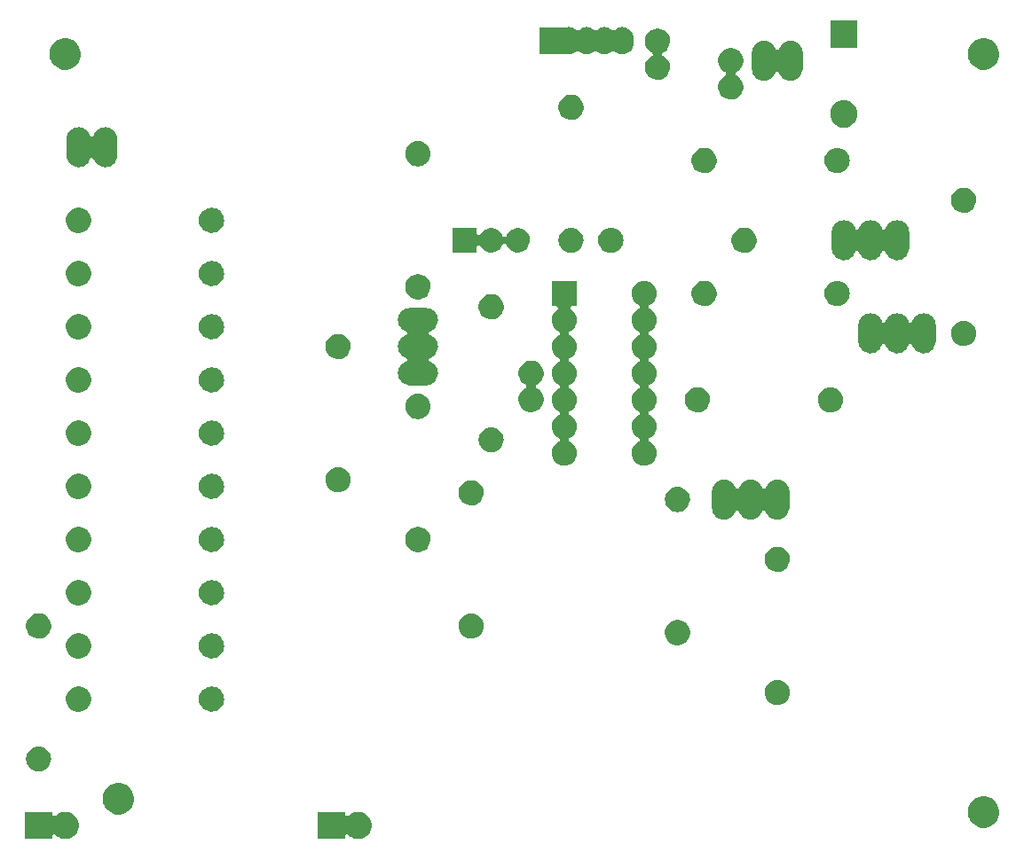
<source format=gbr>
G04 #@! TF.FileFunction,Soldermask,Top*
%FSLAX46Y46*%
G04 Gerber Fmt 4.6, Leading zero omitted, Abs format (unit mm)*
G04 Created by KiCad (PCBNEW 4.0.7) date Mon Sep 25 09:44:11 2017*
%MOMM*%
%LPD*%
G01*
G04 APERTURE LIST*
%ADD10C,0.100000*%
G04 APERTURE END LIST*
D10*
G36*
X53476545Y-93950857D02*
X53726280Y-94002120D01*
X53961305Y-94100916D01*
X54172668Y-94243482D01*
X54352308Y-94424381D01*
X54493395Y-94636731D01*
X54590545Y-94872437D01*
X54639790Y-95121141D01*
X54639789Y-95121182D01*
X54640056Y-95122528D01*
X54635990Y-95413722D01*
X54635686Y-95415062D01*
X54635685Y-95415100D01*
X54579516Y-95662332D01*
X54475820Y-95895235D01*
X54328860Y-96103564D01*
X54144240Y-96279377D01*
X53928982Y-96415983D01*
X53691286Y-96508179D01*
X53440219Y-96552449D01*
X53185333Y-96547110D01*
X52936327Y-96492363D01*
X52702713Y-96390299D01*
X52493359Y-96244795D01*
X52443868Y-96193545D01*
X52399467Y-96158964D01*
X52347190Y-96138123D01*
X52291176Y-96132671D01*
X52235861Y-96143039D01*
X52185625Y-96168408D01*
X52144445Y-96206768D01*
X52115582Y-96255081D01*
X52100000Y-96332476D01*
X52100000Y-96550000D01*
X49500000Y-96550000D01*
X49500000Y-93950000D01*
X52100000Y-93950000D01*
X52100000Y-94168902D01*
X52107918Y-94224621D01*
X52131046Y-94275927D01*
X52167551Y-94318760D01*
X52214544Y-94349726D01*
X52268304Y-94366374D01*
X52324573Y-94367387D01*
X52378897Y-94352682D01*
X52439932Y-94311797D01*
X52521466Y-94231954D01*
X52734796Y-94092354D01*
X52971183Y-93996847D01*
X53221604Y-93949077D01*
X53476545Y-93950857D01*
X53476545Y-93950857D01*
G37*
G36*
X25536545Y-93950857D02*
X25786280Y-94002120D01*
X26021305Y-94100916D01*
X26232668Y-94243482D01*
X26412308Y-94424381D01*
X26553395Y-94636731D01*
X26650545Y-94872437D01*
X26699790Y-95121141D01*
X26699789Y-95121182D01*
X26700056Y-95122528D01*
X26695990Y-95413722D01*
X26695686Y-95415062D01*
X26695685Y-95415100D01*
X26639516Y-95662332D01*
X26535820Y-95895235D01*
X26388860Y-96103564D01*
X26204240Y-96279377D01*
X25988982Y-96415983D01*
X25751286Y-96508179D01*
X25500219Y-96552449D01*
X25245333Y-96547110D01*
X24996327Y-96492363D01*
X24762713Y-96390299D01*
X24553359Y-96244795D01*
X24503868Y-96193545D01*
X24459467Y-96158964D01*
X24407190Y-96138123D01*
X24351176Y-96132671D01*
X24295861Y-96143039D01*
X24245625Y-96168408D01*
X24204445Y-96206768D01*
X24175582Y-96255081D01*
X24160000Y-96332476D01*
X24160000Y-96550000D01*
X21560000Y-96550000D01*
X21560000Y-93950000D01*
X24160000Y-93950000D01*
X24160000Y-94168902D01*
X24167918Y-94224621D01*
X24191046Y-94275927D01*
X24227551Y-94318760D01*
X24274544Y-94349726D01*
X24328304Y-94366374D01*
X24384573Y-94367387D01*
X24438897Y-94352682D01*
X24499932Y-94311797D01*
X24581466Y-94231954D01*
X24794796Y-94092354D01*
X25031183Y-93996847D01*
X25281604Y-93949077D01*
X25536545Y-93950857D01*
X25536545Y-93950857D01*
G37*
G36*
X113187551Y-92480990D02*
X113475710Y-92540141D01*
X113746895Y-92654136D01*
X113990767Y-92818630D01*
X114198047Y-93027362D01*
X114360839Y-93272382D01*
X114472936Y-93544350D01*
X114529799Y-93831530D01*
X114529798Y-93831575D01*
X114530064Y-93832917D01*
X114525373Y-94168910D01*
X114525069Y-94170250D01*
X114525068Y-94170288D01*
X114460210Y-94455766D01*
X114340560Y-94724504D01*
X114170996Y-94964876D01*
X113957965Y-95167743D01*
X113709593Y-95325364D01*
X113435335Y-95431742D01*
X113145632Y-95482824D01*
X112851532Y-95476664D01*
X112564233Y-95413497D01*
X112294664Y-95295725D01*
X112053111Y-95127842D01*
X111848761Y-94916232D01*
X111689413Y-94668971D01*
X111581122Y-94395459D01*
X111528020Y-94106129D01*
X111532127Y-93811986D01*
X111593288Y-93524245D01*
X111709171Y-93253870D01*
X111875367Y-93011146D01*
X112085539Y-92805332D01*
X112331691Y-92644254D01*
X112604438Y-92534057D01*
X112893391Y-92478936D01*
X113187551Y-92480990D01*
X113187551Y-92480990D01*
G37*
G36*
X30637551Y-91210990D02*
X30925710Y-91270141D01*
X31196895Y-91384136D01*
X31440767Y-91548630D01*
X31648047Y-91757362D01*
X31810839Y-92002382D01*
X31922936Y-92274350D01*
X31979799Y-92561530D01*
X31979798Y-92561575D01*
X31980064Y-92562917D01*
X31975373Y-92898910D01*
X31975069Y-92900250D01*
X31975068Y-92900288D01*
X31910210Y-93185766D01*
X31790560Y-93454504D01*
X31620996Y-93694876D01*
X31407965Y-93897743D01*
X31159593Y-94055364D01*
X30885335Y-94161742D01*
X30595632Y-94212824D01*
X30301532Y-94206664D01*
X30014233Y-94143497D01*
X29744664Y-94025725D01*
X29503111Y-93857842D01*
X29298761Y-93646232D01*
X29139413Y-93398971D01*
X29031122Y-93125459D01*
X28978020Y-92836129D01*
X28982127Y-92541986D01*
X29043288Y-92254245D01*
X29159171Y-91983870D01*
X29325367Y-91741146D01*
X29535539Y-91535332D01*
X29781691Y-91374254D01*
X30054438Y-91264057D01*
X30343391Y-91208936D01*
X30637551Y-91210990D01*
X30637551Y-91210990D01*
G37*
G36*
X23101097Y-87718675D02*
X23101138Y-87718688D01*
X23101294Y-87718704D01*
X23325019Y-87787958D01*
X23531031Y-87899349D01*
X23711485Y-88048633D01*
X23859505Y-88230124D01*
X23969455Y-88436910D01*
X24037146Y-88661113D01*
X24060000Y-88894194D01*
X24060000Y-88906102D01*
X24059942Y-88914440D01*
X24059940Y-88914462D01*
X24059883Y-88922561D01*
X24033777Y-89155300D01*
X23962962Y-89378536D01*
X23850136Y-89583766D01*
X23699596Y-89763173D01*
X23517076Y-89909923D01*
X23309528Y-90018427D01*
X23084858Y-90084551D01*
X23084719Y-90084564D01*
X23084677Y-90084576D01*
X22851626Y-90105786D01*
X22618903Y-90081325D01*
X22618862Y-90081312D01*
X22618706Y-90081296D01*
X22394981Y-90012042D01*
X22188969Y-89900651D01*
X22008515Y-89751367D01*
X21860495Y-89569876D01*
X21750545Y-89363090D01*
X21682854Y-89138887D01*
X21660000Y-88905806D01*
X21660000Y-88893898D01*
X21660058Y-88885560D01*
X21660060Y-88885538D01*
X21660117Y-88877439D01*
X21686223Y-88644700D01*
X21757038Y-88421464D01*
X21869864Y-88216234D01*
X22020404Y-88036827D01*
X22202924Y-87890077D01*
X22410472Y-87781573D01*
X22635142Y-87715449D01*
X22635281Y-87715436D01*
X22635323Y-87715424D01*
X22868374Y-87694214D01*
X23101097Y-87718675D01*
X23101097Y-87718675D01*
G37*
G36*
X26796041Y-81985790D02*
X27026567Y-82033111D01*
X27243517Y-82124308D01*
X27438614Y-82255903D01*
X27604441Y-82422892D01*
X27734671Y-82618904D01*
X27824350Y-82836480D01*
X27869786Y-83065947D01*
X27869785Y-83065992D01*
X27870051Y-83067334D01*
X27866298Y-83336128D01*
X27865994Y-83337468D01*
X27865993Y-83337506D01*
X27814168Y-83565617D01*
X27718451Y-83780600D01*
X27582794Y-83972906D01*
X27412374Y-84135195D01*
X27213675Y-84261294D01*
X26994270Y-84346395D01*
X26762505Y-84387261D01*
X26527230Y-84382333D01*
X26297378Y-84331797D01*
X26081735Y-84237584D01*
X25888484Y-84103271D01*
X25725012Y-83933992D01*
X25597527Y-83736173D01*
X25510896Y-83517367D01*
X25468415Y-83285904D01*
X25471700Y-83050588D01*
X25520629Y-82820397D01*
X25613337Y-82604093D01*
X25746291Y-82409919D01*
X25914433Y-82245263D01*
X26111352Y-82116402D01*
X26329551Y-82028244D01*
X26560712Y-81984148D01*
X26796041Y-81985790D01*
X26796041Y-81985790D01*
G37*
G36*
X39384440Y-81985058D02*
X39384462Y-81985060D01*
X39392561Y-81985117D01*
X39625300Y-82011223D01*
X39848536Y-82082038D01*
X40053766Y-82194864D01*
X40233173Y-82345404D01*
X40379923Y-82527924D01*
X40488427Y-82735472D01*
X40554551Y-82960142D01*
X40554564Y-82960281D01*
X40554576Y-82960323D01*
X40575786Y-83193374D01*
X40551325Y-83426097D01*
X40551312Y-83426138D01*
X40551296Y-83426294D01*
X40482042Y-83650019D01*
X40370651Y-83856031D01*
X40221367Y-84036485D01*
X40039876Y-84184505D01*
X39833090Y-84294455D01*
X39608887Y-84362146D01*
X39375806Y-84385000D01*
X39363898Y-84385000D01*
X39355560Y-84384942D01*
X39355538Y-84384940D01*
X39347439Y-84384883D01*
X39114700Y-84358777D01*
X38891464Y-84287962D01*
X38686234Y-84175136D01*
X38506827Y-84024596D01*
X38360077Y-83842076D01*
X38251573Y-83634528D01*
X38185449Y-83409858D01*
X38185436Y-83409719D01*
X38185424Y-83409677D01*
X38164214Y-83176626D01*
X38188675Y-82943903D01*
X38188688Y-82943862D01*
X38188704Y-82943706D01*
X38257958Y-82719981D01*
X38369349Y-82513969D01*
X38518633Y-82333515D01*
X38700124Y-82185495D01*
X38906910Y-82075545D01*
X39131113Y-82007854D01*
X39364194Y-81985000D01*
X39376102Y-81985000D01*
X39384440Y-81985058D01*
X39384440Y-81985058D01*
G37*
G36*
X93586097Y-81368675D02*
X93586138Y-81368688D01*
X93586294Y-81368704D01*
X93810019Y-81437958D01*
X94016031Y-81549349D01*
X94196485Y-81698633D01*
X94344505Y-81880124D01*
X94454455Y-82086910D01*
X94522146Y-82311113D01*
X94545000Y-82544194D01*
X94545000Y-82556102D01*
X94544942Y-82564440D01*
X94544940Y-82564462D01*
X94544883Y-82572561D01*
X94518777Y-82805300D01*
X94447962Y-83028536D01*
X94335136Y-83233766D01*
X94184596Y-83413173D01*
X94002076Y-83559923D01*
X93794528Y-83668427D01*
X93569858Y-83734551D01*
X93569719Y-83734564D01*
X93569677Y-83734576D01*
X93336626Y-83755786D01*
X93103903Y-83731325D01*
X93103862Y-83731312D01*
X93103706Y-83731296D01*
X92879981Y-83662042D01*
X92673969Y-83550651D01*
X92493515Y-83401367D01*
X92345495Y-83219876D01*
X92235545Y-83013090D01*
X92167854Y-82788887D01*
X92145000Y-82555806D01*
X92145000Y-82543898D01*
X92145058Y-82535560D01*
X92145060Y-82535538D01*
X92145117Y-82527439D01*
X92171223Y-82294700D01*
X92242038Y-82071464D01*
X92354864Y-81866234D01*
X92505404Y-81686827D01*
X92687924Y-81540077D01*
X92895472Y-81431573D01*
X93120142Y-81365449D01*
X93120281Y-81365436D01*
X93120323Y-81365424D01*
X93353374Y-81344214D01*
X93586097Y-81368675D01*
X93586097Y-81368675D01*
G37*
G36*
X26796041Y-76905790D02*
X27026567Y-76953111D01*
X27243517Y-77044308D01*
X27438614Y-77175903D01*
X27604441Y-77342892D01*
X27734671Y-77538904D01*
X27824350Y-77756480D01*
X27869786Y-77985947D01*
X27869785Y-77985992D01*
X27870051Y-77987334D01*
X27866298Y-78256128D01*
X27865994Y-78257468D01*
X27865993Y-78257506D01*
X27814168Y-78485617D01*
X27718451Y-78700600D01*
X27582794Y-78892906D01*
X27412374Y-79055195D01*
X27213675Y-79181294D01*
X26994270Y-79266395D01*
X26762505Y-79307261D01*
X26527230Y-79302333D01*
X26297378Y-79251797D01*
X26081735Y-79157584D01*
X25888484Y-79023271D01*
X25725012Y-78853992D01*
X25597527Y-78656173D01*
X25510896Y-78437367D01*
X25468415Y-78205904D01*
X25471700Y-77970588D01*
X25520629Y-77740397D01*
X25613337Y-77524093D01*
X25746291Y-77329919D01*
X25914433Y-77165263D01*
X26111352Y-77036402D01*
X26329551Y-76948244D01*
X26560712Y-76904148D01*
X26796041Y-76905790D01*
X26796041Y-76905790D01*
G37*
G36*
X39384440Y-76905058D02*
X39384462Y-76905060D01*
X39392561Y-76905117D01*
X39625300Y-76931223D01*
X39848536Y-77002038D01*
X40053766Y-77114864D01*
X40233173Y-77265404D01*
X40379923Y-77447924D01*
X40488427Y-77655472D01*
X40554551Y-77880142D01*
X40554564Y-77880281D01*
X40554576Y-77880323D01*
X40575786Y-78113374D01*
X40551325Y-78346097D01*
X40551312Y-78346138D01*
X40551296Y-78346294D01*
X40482042Y-78570019D01*
X40370651Y-78776031D01*
X40221367Y-78956485D01*
X40039876Y-79104505D01*
X39833090Y-79214455D01*
X39608887Y-79282146D01*
X39375806Y-79305000D01*
X39363898Y-79305000D01*
X39355560Y-79304942D01*
X39355538Y-79304940D01*
X39347439Y-79304883D01*
X39114700Y-79278777D01*
X38891464Y-79207962D01*
X38686234Y-79095136D01*
X38506827Y-78944596D01*
X38360077Y-78762076D01*
X38251573Y-78554528D01*
X38185449Y-78329858D01*
X38185436Y-78329719D01*
X38185424Y-78329677D01*
X38164214Y-78096626D01*
X38188675Y-77863903D01*
X38188688Y-77863862D01*
X38188704Y-77863706D01*
X38257958Y-77639981D01*
X38369349Y-77433969D01*
X38518633Y-77253515D01*
X38700124Y-77105495D01*
X38906910Y-76995545D01*
X39131113Y-76927854D01*
X39364194Y-76905000D01*
X39376102Y-76905000D01*
X39384440Y-76905058D01*
X39384440Y-76905058D01*
G37*
G36*
X83946041Y-75635790D02*
X84176567Y-75683111D01*
X84393517Y-75774308D01*
X84588614Y-75905903D01*
X84754441Y-76072892D01*
X84884671Y-76268904D01*
X84974350Y-76486480D01*
X85019786Y-76715947D01*
X85019785Y-76715992D01*
X85020051Y-76717334D01*
X85016298Y-76986128D01*
X85015994Y-76987468D01*
X85015993Y-76987506D01*
X84964168Y-77215617D01*
X84868451Y-77430600D01*
X84732794Y-77622906D01*
X84562374Y-77785195D01*
X84363675Y-77911294D01*
X84144270Y-77996395D01*
X83912505Y-78037261D01*
X83677230Y-78032333D01*
X83447378Y-77981797D01*
X83231735Y-77887584D01*
X83038484Y-77753271D01*
X82875012Y-77583992D01*
X82747527Y-77386173D01*
X82660896Y-77167367D01*
X82618415Y-76935904D01*
X82621700Y-76700588D01*
X82670629Y-76470397D01*
X82763337Y-76254093D01*
X82896291Y-76059919D01*
X83064433Y-75895263D01*
X83261352Y-75766402D01*
X83479551Y-75678244D01*
X83710712Y-75634148D01*
X83946041Y-75635790D01*
X83946041Y-75635790D01*
G37*
G36*
X64376097Y-75018675D02*
X64376138Y-75018688D01*
X64376294Y-75018704D01*
X64600019Y-75087958D01*
X64806031Y-75199349D01*
X64986485Y-75348633D01*
X65134505Y-75530124D01*
X65244455Y-75736910D01*
X65312146Y-75961113D01*
X65335000Y-76194194D01*
X65335000Y-76206102D01*
X65334942Y-76214440D01*
X65334940Y-76214462D01*
X65334883Y-76222561D01*
X65308777Y-76455300D01*
X65237962Y-76678536D01*
X65125136Y-76883766D01*
X64974596Y-77063173D01*
X64792076Y-77209923D01*
X64584528Y-77318427D01*
X64359858Y-77384551D01*
X64359719Y-77384564D01*
X64359677Y-77384576D01*
X64126626Y-77405786D01*
X63893903Y-77381325D01*
X63893862Y-77381312D01*
X63893706Y-77381296D01*
X63669981Y-77312042D01*
X63463969Y-77200651D01*
X63283515Y-77051367D01*
X63135495Y-76869876D01*
X63025545Y-76663090D01*
X62957854Y-76438887D01*
X62935000Y-76205806D01*
X62935000Y-76193898D01*
X62935058Y-76185560D01*
X62935060Y-76185538D01*
X62935117Y-76177439D01*
X62961223Y-75944700D01*
X63032038Y-75721464D01*
X63144864Y-75516234D01*
X63295404Y-75336827D01*
X63477924Y-75190077D01*
X63685472Y-75081573D01*
X63910142Y-75015449D01*
X63910281Y-75015436D01*
X63910323Y-75015424D01*
X64143374Y-74994214D01*
X64376097Y-75018675D01*
X64376097Y-75018675D01*
G37*
G36*
X22986041Y-75000790D02*
X23216567Y-75048111D01*
X23433517Y-75139308D01*
X23628614Y-75270903D01*
X23794441Y-75437892D01*
X23924671Y-75633904D01*
X24014350Y-75851480D01*
X24059786Y-76080947D01*
X24059785Y-76080992D01*
X24060051Y-76082334D01*
X24056298Y-76351128D01*
X24055994Y-76352468D01*
X24055993Y-76352506D01*
X24004168Y-76580617D01*
X23908451Y-76795600D01*
X23772794Y-76987906D01*
X23602374Y-77150195D01*
X23403675Y-77276294D01*
X23184270Y-77361395D01*
X22952505Y-77402261D01*
X22717230Y-77397333D01*
X22487378Y-77346797D01*
X22271735Y-77252584D01*
X22078484Y-77118271D01*
X21915012Y-76948992D01*
X21787527Y-76751173D01*
X21700896Y-76532367D01*
X21658415Y-76300904D01*
X21661700Y-76065588D01*
X21710629Y-75835397D01*
X21803337Y-75619093D01*
X21936291Y-75424919D01*
X22104433Y-75260263D01*
X22301352Y-75131402D01*
X22519551Y-75043244D01*
X22750712Y-74999148D01*
X22986041Y-75000790D01*
X22986041Y-75000790D01*
G37*
G36*
X26796041Y-71825790D02*
X27026567Y-71873111D01*
X27243517Y-71964308D01*
X27438614Y-72095903D01*
X27604441Y-72262892D01*
X27734671Y-72458904D01*
X27824350Y-72676480D01*
X27869786Y-72905947D01*
X27869785Y-72905992D01*
X27870051Y-72907334D01*
X27866298Y-73176128D01*
X27865994Y-73177468D01*
X27865993Y-73177506D01*
X27814168Y-73405617D01*
X27718451Y-73620600D01*
X27582794Y-73812906D01*
X27412374Y-73975195D01*
X27213675Y-74101294D01*
X26994270Y-74186395D01*
X26762505Y-74227261D01*
X26527230Y-74222333D01*
X26297378Y-74171797D01*
X26081735Y-74077584D01*
X25888484Y-73943271D01*
X25725012Y-73773992D01*
X25597527Y-73576173D01*
X25510896Y-73357367D01*
X25468415Y-73125904D01*
X25471700Y-72890588D01*
X25520629Y-72660397D01*
X25613337Y-72444093D01*
X25746291Y-72249919D01*
X25914433Y-72085263D01*
X26111352Y-71956402D01*
X26329551Y-71868244D01*
X26560712Y-71824148D01*
X26796041Y-71825790D01*
X26796041Y-71825790D01*
G37*
G36*
X39384440Y-71825058D02*
X39384462Y-71825060D01*
X39392561Y-71825117D01*
X39625300Y-71851223D01*
X39848536Y-71922038D01*
X40053766Y-72034864D01*
X40233173Y-72185404D01*
X40379923Y-72367924D01*
X40488427Y-72575472D01*
X40554551Y-72800142D01*
X40554564Y-72800281D01*
X40554576Y-72800323D01*
X40575786Y-73033374D01*
X40551325Y-73266097D01*
X40551312Y-73266138D01*
X40551296Y-73266294D01*
X40482042Y-73490019D01*
X40370651Y-73696031D01*
X40221367Y-73876485D01*
X40039876Y-74024505D01*
X39833090Y-74134455D01*
X39608887Y-74202146D01*
X39375806Y-74225000D01*
X39363898Y-74225000D01*
X39355560Y-74224942D01*
X39355538Y-74224940D01*
X39347439Y-74224883D01*
X39114700Y-74198777D01*
X38891464Y-74127962D01*
X38686234Y-74015136D01*
X38506827Y-73864596D01*
X38360077Y-73682076D01*
X38251573Y-73474528D01*
X38185449Y-73249858D01*
X38185436Y-73249719D01*
X38185424Y-73249677D01*
X38164214Y-73016626D01*
X38188675Y-72783903D01*
X38188688Y-72783862D01*
X38188704Y-72783706D01*
X38257958Y-72559981D01*
X38369349Y-72353969D01*
X38518633Y-72173515D01*
X38700124Y-72025495D01*
X38906910Y-71915545D01*
X39131113Y-71847854D01*
X39364194Y-71825000D01*
X39376102Y-71825000D01*
X39384440Y-71825058D01*
X39384440Y-71825058D01*
G37*
G36*
X93471041Y-68650790D02*
X93701567Y-68698111D01*
X93918517Y-68789308D01*
X94113614Y-68920903D01*
X94279441Y-69087892D01*
X94409671Y-69283904D01*
X94499350Y-69501480D01*
X94544786Y-69730947D01*
X94544785Y-69730992D01*
X94545051Y-69732334D01*
X94541298Y-70001128D01*
X94540994Y-70002468D01*
X94540993Y-70002506D01*
X94489168Y-70230617D01*
X94393451Y-70445600D01*
X94257794Y-70637906D01*
X94087374Y-70800195D01*
X93888675Y-70926294D01*
X93669270Y-71011395D01*
X93437505Y-71052261D01*
X93202230Y-71047333D01*
X92972378Y-70996797D01*
X92756735Y-70902584D01*
X92563484Y-70768271D01*
X92400012Y-70598992D01*
X92272527Y-70401173D01*
X92185896Y-70182367D01*
X92143415Y-69950904D01*
X92146700Y-69715588D01*
X92195629Y-69485397D01*
X92288337Y-69269093D01*
X92421291Y-69074919D01*
X92589433Y-68910263D01*
X92786352Y-68781402D01*
X93004551Y-68693244D01*
X93235712Y-68649148D01*
X93471041Y-68650790D01*
X93471041Y-68650790D01*
G37*
G36*
X26796041Y-66745790D02*
X27026567Y-66793111D01*
X27243517Y-66884308D01*
X27438614Y-67015903D01*
X27604441Y-67182892D01*
X27734671Y-67378904D01*
X27824350Y-67596480D01*
X27869786Y-67825947D01*
X27869785Y-67825992D01*
X27870051Y-67827334D01*
X27866298Y-68096128D01*
X27865994Y-68097468D01*
X27865993Y-68097506D01*
X27814168Y-68325617D01*
X27718451Y-68540600D01*
X27582794Y-68732906D01*
X27412374Y-68895195D01*
X27213675Y-69021294D01*
X26994270Y-69106395D01*
X26762505Y-69147261D01*
X26527230Y-69142333D01*
X26297378Y-69091797D01*
X26081735Y-68997584D01*
X25888484Y-68863271D01*
X25725012Y-68693992D01*
X25597527Y-68496173D01*
X25510896Y-68277367D01*
X25468415Y-68045904D01*
X25471700Y-67810588D01*
X25520629Y-67580397D01*
X25613337Y-67364093D01*
X25746291Y-67169919D01*
X25914433Y-67005263D01*
X26111352Y-66876402D01*
X26329551Y-66788244D01*
X26560712Y-66744148D01*
X26796041Y-66745790D01*
X26796041Y-66745790D01*
G37*
G36*
X59181041Y-66745790D02*
X59411567Y-66793111D01*
X59628517Y-66884308D01*
X59823614Y-67015903D01*
X59989441Y-67182892D01*
X60119671Y-67378904D01*
X60209350Y-67596480D01*
X60254786Y-67825947D01*
X60254785Y-67825992D01*
X60255051Y-67827334D01*
X60251298Y-68096128D01*
X60250994Y-68097468D01*
X60250993Y-68097506D01*
X60199168Y-68325617D01*
X60103451Y-68540600D01*
X59967794Y-68732906D01*
X59797374Y-68895195D01*
X59598675Y-69021294D01*
X59379270Y-69106395D01*
X59147505Y-69147261D01*
X58912230Y-69142333D01*
X58682378Y-69091797D01*
X58466735Y-68997584D01*
X58273484Y-68863271D01*
X58110012Y-68693992D01*
X57982527Y-68496173D01*
X57895896Y-68277367D01*
X57853415Y-68045904D01*
X57856700Y-67810588D01*
X57905629Y-67580397D01*
X57998337Y-67364093D01*
X58131291Y-67169919D01*
X58299433Y-67005263D01*
X58496352Y-66876402D01*
X58714551Y-66788244D01*
X58945712Y-66744148D01*
X59181041Y-66745790D01*
X59181041Y-66745790D01*
G37*
G36*
X39384440Y-66745058D02*
X39384462Y-66745060D01*
X39392561Y-66745117D01*
X39625300Y-66771223D01*
X39848536Y-66842038D01*
X40053766Y-66954864D01*
X40233173Y-67105404D01*
X40379923Y-67287924D01*
X40488427Y-67495472D01*
X40554551Y-67720142D01*
X40554564Y-67720281D01*
X40554576Y-67720323D01*
X40575786Y-67953374D01*
X40551325Y-68186097D01*
X40551312Y-68186138D01*
X40551296Y-68186294D01*
X40482042Y-68410019D01*
X40370651Y-68616031D01*
X40221367Y-68796485D01*
X40039876Y-68944505D01*
X39833090Y-69054455D01*
X39608887Y-69122146D01*
X39375806Y-69145000D01*
X39363898Y-69145000D01*
X39355560Y-69144942D01*
X39355538Y-69144940D01*
X39347439Y-69144883D01*
X39114700Y-69118777D01*
X38891464Y-69047962D01*
X38686234Y-68935136D01*
X38506827Y-68784596D01*
X38360077Y-68602076D01*
X38251573Y-68394528D01*
X38185449Y-68169858D01*
X38185436Y-68169719D01*
X38185424Y-68169677D01*
X38164214Y-67936626D01*
X38188675Y-67703903D01*
X38188688Y-67703862D01*
X38188704Y-67703706D01*
X38257958Y-67479981D01*
X38369349Y-67273969D01*
X38518633Y-67093515D01*
X38700124Y-66945495D01*
X38906910Y-66835545D01*
X39131113Y-66767854D01*
X39364194Y-66745000D01*
X39376102Y-66745000D01*
X39384440Y-66745058D01*
X39384440Y-66745058D01*
G37*
G36*
X93577050Y-62244345D02*
X93577092Y-62244358D01*
X93577245Y-62244374D01*
X93792581Y-62311031D01*
X93990868Y-62418245D01*
X94164554Y-62561930D01*
X94307024Y-62736616D01*
X94412851Y-62935647D01*
X94478003Y-63151442D01*
X94500000Y-63375783D01*
X94500000Y-64894507D01*
X94499946Y-64902221D01*
X94499944Y-64902241D01*
X94499887Y-64910343D01*
X94474760Y-65134355D01*
X94406601Y-65349220D01*
X94298006Y-65546754D01*
X94153111Y-65719433D01*
X93977436Y-65860680D01*
X93777671Y-65965114D01*
X93561425Y-66028759D01*
X93561289Y-66028771D01*
X93561246Y-66028784D01*
X93336940Y-66049198D01*
X93112950Y-66025655D01*
X93112908Y-66025642D01*
X93112755Y-66025626D01*
X92897419Y-65958969D01*
X92699132Y-65851755D01*
X92525446Y-65708070D01*
X92382976Y-65533384D01*
X92277149Y-65334353D01*
X92263994Y-65290780D01*
X92242329Y-65244081D01*
X92205360Y-65201648D01*
X92158032Y-65171195D01*
X92104095Y-65155132D01*
X92047818Y-65154732D01*
X91993657Y-65170027D01*
X91945902Y-65199804D01*
X91908333Y-65241707D01*
X91885949Y-65288228D01*
X91866601Y-65349220D01*
X91758006Y-65546754D01*
X91613111Y-65719433D01*
X91437436Y-65860680D01*
X91237671Y-65965114D01*
X91021425Y-66028759D01*
X91021289Y-66028771D01*
X91021246Y-66028784D01*
X90796940Y-66049198D01*
X90572950Y-66025655D01*
X90572908Y-66025642D01*
X90572755Y-66025626D01*
X90357419Y-65958969D01*
X90159132Y-65851755D01*
X89985446Y-65708070D01*
X89842976Y-65533384D01*
X89737149Y-65334353D01*
X89723994Y-65290780D01*
X89702329Y-65244081D01*
X89665360Y-65201648D01*
X89618032Y-65171195D01*
X89564095Y-65155132D01*
X89507818Y-65154732D01*
X89453657Y-65170027D01*
X89405902Y-65199804D01*
X89368333Y-65241707D01*
X89345949Y-65288228D01*
X89326601Y-65349220D01*
X89218006Y-65546754D01*
X89073111Y-65719433D01*
X88897436Y-65860680D01*
X88697671Y-65965114D01*
X88481425Y-66028759D01*
X88481289Y-66028771D01*
X88481246Y-66028784D01*
X88256940Y-66049198D01*
X88032950Y-66025655D01*
X88032908Y-66025642D01*
X88032755Y-66025626D01*
X87817419Y-65958969D01*
X87619132Y-65851755D01*
X87445446Y-65708070D01*
X87302976Y-65533384D01*
X87197149Y-65334353D01*
X87131997Y-65118558D01*
X87110000Y-64894217D01*
X87110000Y-63375493D01*
X87110054Y-63367779D01*
X87110056Y-63367759D01*
X87110113Y-63359657D01*
X87135240Y-63135645D01*
X87203399Y-62920780D01*
X87311994Y-62723246D01*
X87456889Y-62550567D01*
X87632564Y-62409320D01*
X87832329Y-62304886D01*
X88048575Y-62241241D01*
X88048711Y-62241229D01*
X88048754Y-62241216D01*
X88273060Y-62220802D01*
X88497050Y-62244345D01*
X88497092Y-62244358D01*
X88497245Y-62244374D01*
X88712581Y-62311031D01*
X88910868Y-62418245D01*
X89084554Y-62561930D01*
X89227024Y-62736616D01*
X89332851Y-62935647D01*
X89346006Y-62979220D01*
X89367671Y-63025919D01*
X89404640Y-63068352D01*
X89451968Y-63098805D01*
X89505905Y-63114868D01*
X89562182Y-63115268D01*
X89616343Y-63099973D01*
X89664098Y-63070196D01*
X89701667Y-63028293D01*
X89724051Y-62981772D01*
X89743399Y-62920780D01*
X89851994Y-62723246D01*
X89996889Y-62550567D01*
X90172564Y-62409320D01*
X90372329Y-62304886D01*
X90588575Y-62241241D01*
X90588711Y-62241229D01*
X90588754Y-62241216D01*
X90813060Y-62220802D01*
X91037050Y-62244345D01*
X91037092Y-62244358D01*
X91037245Y-62244374D01*
X91252581Y-62311031D01*
X91450868Y-62418245D01*
X91624554Y-62561930D01*
X91767024Y-62736616D01*
X91872851Y-62935647D01*
X91886006Y-62979220D01*
X91907671Y-63025919D01*
X91944640Y-63068352D01*
X91991968Y-63098805D01*
X92045905Y-63114868D01*
X92102182Y-63115268D01*
X92156343Y-63099973D01*
X92204098Y-63070196D01*
X92241667Y-63028293D01*
X92264051Y-62981772D01*
X92283399Y-62920780D01*
X92391994Y-62723246D01*
X92536889Y-62550567D01*
X92712564Y-62409320D01*
X92912329Y-62304886D01*
X93128575Y-62241241D01*
X93128711Y-62241229D01*
X93128754Y-62241216D01*
X93353060Y-62220802D01*
X93577050Y-62244345D01*
X93577050Y-62244345D01*
G37*
G36*
X84061097Y-62953675D02*
X84061138Y-62953688D01*
X84061294Y-62953704D01*
X84285019Y-63022958D01*
X84491031Y-63134349D01*
X84671485Y-63283633D01*
X84819505Y-63465124D01*
X84929455Y-63671910D01*
X84997146Y-63896113D01*
X85020000Y-64129194D01*
X85020000Y-64141102D01*
X85019942Y-64149440D01*
X85019940Y-64149462D01*
X85019883Y-64157561D01*
X84993777Y-64390300D01*
X84922962Y-64613536D01*
X84810136Y-64818766D01*
X84659596Y-64998173D01*
X84477076Y-65144923D01*
X84269528Y-65253427D01*
X84044858Y-65319551D01*
X84044719Y-65319564D01*
X84044677Y-65319576D01*
X83811626Y-65340786D01*
X83578903Y-65316325D01*
X83578862Y-65316312D01*
X83578706Y-65316296D01*
X83354981Y-65247042D01*
X83148969Y-65135651D01*
X82968515Y-64986367D01*
X82820495Y-64804876D01*
X82710545Y-64598090D01*
X82642854Y-64373887D01*
X82620000Y-64140806D01*
X82620000Y-64128898D01*
X82620058Y-64120560D01*
X82620060Y-64120538D01*
X82620117Y-64112439D01*
X82646223Y-63879700D01*
X82717038Y-63656464D01*
X82829864Y-63451234D01*
X82980404Y-63271827D01*
X83162924Y-63125077D01*
X83370472Y-63016573D01*
X83595142Y-62950449D01*
X83595281Y-62950436D01*
X83595323Y-62950424D01*
X83828374Y-62929214D01*
X84061097Y-62953675D01*
X84061097Y-62953675D01*
G37*
G36*
X64261041Y-62300790D02*
X64491567Y-62348111D01*
X64708517Y-62439308D01*
X64903614Y-62570903D01*
X65069441Y-62737892D01*
X65199671Y-62933904D01*
X65289350Y-63151480D01*
X65334786Y-63380947D01*
X65334785Y-63380992D01*
X65335051Y-63382334D01*
X65331298Y-63651128D01*
X65330994Y-63652468D01*
X65330993Y-63652506D01*
X65279168Y-63880617D01*
X65183451Y-64095600D01*
X65047794Y-64287906D01*
X64877374Y-64450195D01*
X64678675Y-64576294D01*
X64459270Y-64661395D01*
X64227505Y-64702261D01*
X63992230Y-64697333D01*
X63762378Y-64646797D01*
X63546735Y-64552584D01*
X63353484Y-64418271D01*
X63190012Y-64248992D01*
X63062527Y-64051173D01*
X62975896Y-63832367D01*
X62933415Y-63600904D01*
X62936700Y-63365588D01*
X62985629Y-63135397D01*
X63078337Y-62919093D01*
X63211291Y-62724919D01*
X63379433Y-62560263D01*
X63576352Y-62431402D01*
X63794551Y-62343244D01*
X64025712Y-62299148D01*
X64261041Y-62300790D01*
X64261041Y-62300790D01*
G37*
G36*
X26796041Y-61665790D02*
X27026567Y-61713111D01*
X27243517Y-61804308D01*
X27438614Y-61935903D01*
X27604441Y-62102892D01*
X27734671Y-62298904D01*
X27824350Y-62516480D01*
X27869786Y-62745947D01*
X27869785Y-62745992D01*
X27870051Y-62747334D01*
X27866298Y-63016128D01*
X27865994Y-63017468D01*
X27865993Y-63017506D01*
X27814168Y-63245617D01*
X27718451Y-63460600D01*
X27582794Y-63652906D01*
X27412374Y-63815195D01*
X27213675Y-63941294D01*
X26994270Y-64026395D01*
X26762505Y-64067261D01*
X26527230Y-64062333D01*
X26297378Y-64011797D01*
X26081735Y-63917584D01*
X25888484Y-63783271D01*
X25725012Y-63613992D01*
X25597527Y-63416173D01*
X25510896Y-63197367D01*
X25468415Y-62965904D01*
X25471700Y-62730588D01*
X25520629Y-62500397D01*
X25613337Y-62284093D01*
X25746291Y-62089919D01*
X25914433Y-61925263D01*
X26111352Y-61796402D01*
X26329551Y-61708244D01*
X26560712Y-61664148D01*
X26796041Y-61665790D01*
X26796041Y-61665790D01*
G37*
G36*
X39384440Y-61665058D02*
X39384462Y-61665060D01*
X39392561Y-61665117D01*
X39625300Y-61691223D01*
X39848536Y-61762038D01*
X40053766Y-61874864D01*
X40233173Y-62025404D01*
X40379923Y-62207924D01*
X40488427Y-62415472D01*
X40554551Y-62640142D01*
X40554564Y-62640281D01*
X40554576Y-62640323D01*
X40575786Y-62873374D01*
X40551325Y-63106097D01*
X40551312Y-63106138D01*
X40551296Y-63106294D01*
X40482042Y-63330019D01*
X40370651Y-63536031D01*
X40221367Y-63716485D01*
X40039876Y-63864505D01*
X39833090Y-63974455D01*
X39608887Y-64042146D01*
X39375806Y-64065000D01*
X39363898Y-64065000D01*
X39355560Y-64064942D01*
X39355538Y-64064940D01*
X39347439Y-64064883D01*
X39114700Y-64038777D01*
X38891464Y-63967962D01*
X38686234Y-63855136D01*
X38506827Y-63704596D01*
X38360077Y-63522076D01*
X38251573Y-63314528D01*
X38185449Y-63089858D01*
X38185436Y-63089719D01*
X38185424Y-63089677D01*
X38164214Y-62856626D01*
X38188675Y-62623903D01*
X38188688Y-62623862D01*
X38188704Y-62623706D01*
X38257958Y-62399981D01*
X38369349Y-62193969D01*
X38518633Y-62013515D01*
X38700124Y-61865495D01*
X38906910Y-61755545D01*
X39131113Y-61687854D01*
X39364194Y-61665000D01*
X39376102Y-61665000D01*
X39384440Y-61665058D01*
X39384440Y-61665058D01*
G37*
G36*
X51676097Y-61048675D02*
X51676138Y-61048688D01*
X51676294Y-61048704D01*
X51900019Y-61117958D01*
X52106031Y-61229349D01*
X52286485Y-61378633D01*
X52434505Y-61560124D01*
X52544455Y-61766910D01*
X52612146Y-61991113D01*
X52635000Y-62224194D01*
X52635000Y-62236102D01*
X52634942Y-62244440D01*
X52634940Y-62244462D01*
X52634883Y-62252561D01*
X52608777Y-62485300D01*
X52537962Y-62708536D01*
X52425136Y-62913766D01*
X52274596Y-63093173D01*
X52092076Y-63239923D01*
X51884528Y-63348427D01*
X51659858Y-63414551D01*
X51659719Y-63414564D01*
X51659677Y-63414576D01*
X51426626Y-63435786D01*
X51193903Y-63411325D01*
X51193862Y-63411312D01*
X51193706Y-63411296D01*
X50969981Y-63342042D01*
X50763969Y-63230651D01*
X50583515Y-63081367D01*
X50435495Y-62899876D01*
X50325545Y-62693090D01*
X50257854Y-62468887D01*
X50235000Y-62235806D01*
X50235000Y-62223898D01*
X50235058Y-62215560D01*
X50235060Y-62215538D01*
X50235117Y-62207439D01*
X50261223Y-61974700D01*
X50332038Y-61751464D01*
X50444864Y-61546234D01*
X50595404Y-61366827D01*
X50777924Y-61220077D01*
X50985472Y-61111573D01*
X51210142Y-61045449D01*
X51210281Y-61045436D01*
X51210323Y-61045424D01*
X51443374Y-61024214D01*
X51676097Y-61048675D01*
X51676097Y-61048675D01*
G37*
G36*
X74225000Y-45650000D02*
X73840794Y-45650000D01*
X73785075Y-45657918D01*
X73733769Y-45681046D01*
X73690936Y-45717551D01*
X73659970Y-45764544D01*
X73643322Y-45818304D01*
X73642309Y-45874573D01*
X73657014Y-45928897D01*
X73686270Y-45976973D01*
X73709709Y-46000655D01*
X73888173Y-46150404D01*
X74034923Y-46332924D01*
X74143427Y-46540472D01*
X74209551Y-46765142D01*
X74209564Y-46765281D01*
X74209576Y-46765323D01*
X74230786Y-46998374D01*
X74206325Y-47231097D01*
X74206312Y-47231138D01*
X74206296Y-47231294D01*
X74137042Y-47455019D01*
X74025651Y-47661031D01*
X73876367Y-47841485D01*
X73694876Y-47989505D01*
X73515721Y-48084763D01*
X73473114Y-48115820D01*
X73438670Y-48160327D01*
X73417990Y-48212669D01*
X73412710Y-48268699D01*
X73423249Y-48323982D01*
X73448772Y-48374140D01*
X73487258Y-48415202D01*
X73511472Y-48431401D01*
X73708766Y-48539864D01*
X73888173Y-48690404D01*
X74034923Y-48872924D01*
X74143427Y-49080472D01*
X74209551Y-49305142D01*
X74209564Y-49305281D01*
X74209576Y-49305323D01*
X74230786Y-49538374D01*
X74206325Y-49771097D01*
X74206312Y-49771138D01*
X74206296Y-49771294D01*
X74137042Y-49995019D01*
X74025651Y-50201031D01*
X73876367Y-50381485D01*
X73694876Y-50529505D01*
X73515721Y-50624763D01*
X73473114Y-50655820D01*
X73438670Y-50700327D01*
X73417990Y-50752669D01*
X73412710Y-50808699D01*
X73423249Y-50863982D01*
X73448772Y-50914140D01*
X73487258Y-50955202D01*
X73511472Y-50971401D01*
X73708766Y-51079864D01*
X73888173Y-51230404D01*
X74034923Y-51412924D01*
X74143427Y-51620472D01*
X74209551Y-51845142D01*
X74209564Y-51845281D01*
X74209576Y-51845323D01*
X74230786Y-52078374D01*
X74206325Y-52311097D01*
X74206312Y-52311138D01*
X74206296Y-52311294D01*
X74137042Y-52535019D01*
X74025651Y-52741031D01*
X73876367Y-52921485D01*
X73694876Y-53069505D01*
X73515721Y-53164763D01*
X73473114Y-53195820D01*
X73438670Y-53240327D01*
X73417990Y-53292669D01*
X73412710Y-53348699D01*
X73423249Y-53403982D01*
X73448772Y-53454140D01*
X73487258Y-53495202D01*
X73511472Y-53511401D01*
X73708766Y-53619864D01*
X73888173Y-53770404D01*
X74034923Y-53952924D01*
X74143427Y-54160472D01*
X74209551Y-54385142D01*
X74209564Y-54385281D01*
X74209576Y-54385323D01*
X74230786Y-54618374D01*
X74206325Y-54851097D01*
X74206312Y-54851138D01*
X74206296Y-54851294D01*
X74137042Y-55075019D01*
X74025651Y-55281031D01*
X73876367Y-55461485D01*
X73694876Y-55609505D01*
X73515721Y-55704763D01*
X73473114Y-55735820D01*
X73438670Y-55780327D01*
X73417990Y-55832669D01*
X73412710Y-55888699D01*
X73423249Y-55943982D01*
X73448772Y-55994140D01*
X73487258Y-56035202D01*
X73511472Y-56051401D01*
X73708766Y-56159864D01*
X73888173Y-56310404D01*
X74034923Y-56492924D01*
X74143427Y-56700472D01*
X74209551Y-56925142D01*
X74209564Y-56925281D01*
X74209576Y-56925323D01*
X74230786Y-57158374D01*
X74206325Y-57391097D01*
X74206312Y-57391138D01*
X74206296Y-57391294D01*
X74137042Y-57615019D01*
X74025651Y-57821031D01*
X73876367Y-58001485D01*
X73694876Y-58149505D01*
X73515721Y-58244763D01*
X73473114Y-58275820D01*
X73438670Y-58320327D01*
X73417990Y-58372669D01*
X73412710Y-58428699D01*
X73423249Y-58483982D01*
X73448772Y-58534140D01*
X73487258Y-58575202D01*
X73511472Y-58591401D01*
X73708766Y-58699864D01*
X73888173Y-58850404D01*
X74034923Y-59032924D01*
X74143427Y-59240472D01*
X74209551Y-59465142D01*
X74209564Y-59465281D01*
X74209576Y-59465323D01*
X74230786Y-59698374D01*
X74206325Y-59931097D01*
X74206312Y-59931138D01*
X74206296Y-59931294D01*
X74137042Y-60155019D01*
X74025651Y-60361031D01*
X73876367Y-60541485D01*
X73694876Y-60689505D01*
X73488090Y-60799455D01*
X73263887Y-60867146D01*
X73030806Y-60890000D01*
X73018898Y-60890000D01*
X73010560Y-60889942D01*
X73010538Y-60889940D01*
X73002439Y-60889883D01*
X72769700Y-60863777D01*
X72546464Y-60792962D01*
X72341234Y-60680136D01*
X72161827Y-60529596D01*
X72015077Y-60347076D01*
X71906573Y-60139528D01*
X71840449Y-59914858D01*
X71840436Y-59914719D01*
X71840424Y-59914677D01*
X71819214Y-59681626D01*
X71843675Y-59448903D01*
X71843688Y-59448862D01*
X71843704Y-59448706D01*
X71912958Y-59224981D01*
X72024349Y-59018969D01*
X72173633Y-58838515D01*
X72355124Y-58690495D01*
X72534279Y-58595237D01*
X72576886Y-58564180D01*
X72611330Y-58519673D01*
X72632010Y-58467331D01*
X72637290Y-58411301D01*
X72626751Y-58356018D01*
X72601228Y-58305860D01*
X72562742Y-58264798D01*
X72538528Y-58248599D01*
X72341234Y-58140136D01*
X72161827Y-57989596D01*
X72015077Y-57807076D01*
X71906573Y-57599528D01*
X71840449Y-57374858D01*
X71840436Y-57374719D01*
X71840424Y-57374677D01*
X71819214Y-57141626D01*
X71843675Y-56908903D01*
X71843688Y-56908862D01*
X71843704Y-56908706D01*
X71912958Y-56684981D01*
X72024349Y-56478969D01*
X72173633Y-56298515D01*
X72355124Y-56150495D01*
X72534279Y-56055237D01*
X72576886Y-56024180D01*
X72611330Y-55979673D01*
X72632010Y-55927331D01*
X72637290Y-55871301D01*
X72626751Y-55816018D01*
X72601228Y-55765860D01*
X72562742Y-55724798D01*
X72538528Y-55708599D01*
X72341234Y-55600136D01*
X72161827Y-55449596D01*
X72015077Y-55267076D01*
X71906573Y-55059528D01*
X71840449Y-54834858D01*
X71840436Y-54834719D01*
X71840424Y-54834677D01*
X71819214Y-54601626D01*
X71843675Y-54368903D01*
X71843688Y-54368862D01*
X71843704Y-54368706D01*
X71912958Y-54144981D01*
X72024349Y-53938969D01*
X72173633Y-53758515D01*
X72355124Y-53610495D01*
X72534279Y-53515237D01*
X72576886Y-53484180D01*
X72611330Y-53439673D01*
X72632010Y-53387331D01*
X72637290Y-53331301D01*
X72626751Y-53276018D01*
X72601228Y-53225860D01*
X72562742Y-53184798D01*
X72538528Y-53168599D01*
X72341234Y-53060136D01*
X72161827Y-52909596D01*
X72015077Y-52727076D01*
X71906573Y-52519528D01*
X71840449Y-52294858D01*
X71840436Y-52294719D01*
X71840424Y-52294677D01*
X71819214Y-52061626D01*
X71843675Y-51828903D01*
X71843688Y-51828862D01*
X71843704Y-51828706D01*
X71912958Y-51604981D01*
X72024349Y-51398969D01*
X72173633Y-51218515D01*
X72355124Y-51070495D01*
X72534279Y-50975237D01*
X72576886Y-50944180D01*
X72611330Y-50899673D01*
X72632010Y-50847331D01*
X72637290Y-50791301D01*
X72626751Y-50736018D01*
X72601228Y-50685860D01*
X72562742Y-50644798D01*
X72538528Y-50628599D01*
X72341234Y-50520136D01*
X72161827Y-50369596D01*
X72015077Y-50187076D01*
X71906573Y-49979528D01*
X71840449Y-49754858D01*
X71840436Y-49754719D01*
X71840424Y-49754677D01*
X71819214Y-49521626D01*
X71843675Y-49288903D01*
X71843688Y-49288862D01*
X71843704Y-49288706D01*
X71912958Y-49064981D01*
X72024349Y-48858969D01*
X72173633Y-48678515D01*
X72355124Y-48530495D01*
X72534279Y-48435237D01*
X72576886Y-48404180D01*
X72611330Y-48359673D01*
X72632010Y-48307331D01*
X72637290Y-48251301D01*
X72626751Y-48196018D01*
X72601228Y-48145860D01*
X72562742Y-48104798D01*
X72538528Y-48088599D01*
X72341234Y-47980136D01*
X72161827Y-47829596D01*
X72015077Y-47647076D01*
X71906573Y-47439528D01*
X71840449Y-47214858D01*
X71840436Y-47214719D01*
X71840424Y-47214677D01*
X71819214Y-46981626D01*
X71843675Y-46748903D01*
X71843688Y-46748862D01*
X71843704Y-46748706D01*
X71912958Y-46524981D01*
X72024349Y-46318969D01*
X72173633Y-46138515D01*
X72339548Y-46003199D01*
X72376069Y-45963637D01*
X72401212Y-45913287D01*
X72411332Y-45857926D01*
X72405628Y-45801937D01*
X72384552Y-45749754D01*
X72349773Y-45705509D01*
X72304044Y-45672705D01*
X72250986Y-45653939D01*
X72211489Y-45650000D01*
X71825000Y-45650000D01*
X71825000Y-43250000D01*
X74225000Y-43250000D01*
X74225000Y-45650000D01*
X74225000Y-45650000D01*
G37*
G36*
X80659440Y-43250058D02*
X80659462Y-43250060D01*
X80667561Y-43250117D01*
X80900300Y-43276223D01*
X81123536Y-43347038D01*
X81328766Y-43459864D01*
X81508173Y-43610404D01*
X81654923Y-43792924D01*
X81763427Y-44000472D01*
X81829551Y-44225142D01*
X81829564Y-44225281D01*
X81829576Y-44225323D01*
X81850786Y-44458374D01*
X81826325Y-44691097D01*
X81826312Y-44691138D01*
X81826296Y-44691294D01*
X81757042Y-44915019D01*
X81645651Y-45121031D01*
X81496367Y-45301485D01*
X81314876Y-45449505D01*
X81135721Y-45544763D01*
X81093114Y-45575820D01*
X81058670Y-45620327D01*
X81037990Y-45672669D01*
X81032710Y-45728699D01*
X81043249Y-45783982D01*
X81068772Y-45834140D01*
X81107258Y-45875202D01*
X81131472Y-45891401D01*
X81328766Y-45999864D01*
X81508173Y-46150404D01*
X81654923Y-46332924D01*
X81763427Y-46540472D01*
X81829551Y-46765142D01*
X81829564Y-46765281D01*
X81829576Y-46765323D01*
X81850786Y-46998374D01*
X81826325Y-47231097D01*
X81826312Y-47231138D01*
X81826296Y-47231294D01*
X81757042Y-47455019D01*
X81645651Y-47661031D01*
X81496367Y-47841485D01*
X81314876Y-47989505D01*
X81135721Y-48084763D01*
X81093114Y-48115820D01*
X81058670Y-48160327D01*
X81037990Y-48212669D01*
X81032710Y-48268699D01*
X81043249Y-48323982D01*
X81068772Y-48374140D01*
X81107258Y-48415202D01*
X81131472Y-48431401D01*
X81328766Y-48539864D01*
X81508173Y-48690404D01*
X81654923Y-48872924D01*
X81763427Y-49080472D01*
X81829551Y-49305142D01*
X81829564Y-49305281D01*
X81829576Y-49305323D01*
X81850786Y-49538374D01*
X81826325Y-49771097D01*
X81826312Y-49771138D01*
X81826296Y-49771294D01*
X81757042Y-49995019D01*
X81645651Y-50201031D01*
X81496367Y-50381485D01*
X81314876Y-50529505D01*
X81135721Y-50624763D01*
X81093114Y-50655820D01*
X81058670Y-50700327D01*
X81037990Y-50752669D01*
X81032710Y-50808699D01*
X81043249Y-50863982D01*
X81068772Y-50914140D01*
X81107258Y-50955202D01*
X81131472Y-50971401D01*
X81328766Y-51079864D01*
X81508173Y-51230404D01*
X81654923Y-51412924D01*
X81763427Y-51620472D01*
X81829551Y-51845142D01*
X81829564Y-51845281D01*
X81829576Y-51845323D01*
X81850786Y-52078374D01*
X81826325Y-52311097D01*
X81826312Y-52311138D01*
X81826296Y-52311294D01*
X81757042Y-52535019D01*
X81645651Y-52741031D01*
X81496367Y-52921485D01*
X81314876Y-53069505D01*
X81135721Y-53164763D01*
X81093114Y-53195820D01*
X81058670Y-53240327D01*
X81037990Y-53292669D01*
X81032710Y-53348699D01*
X81043249Y-53403982D01*
X81068772Y-53454140D01*
X81107258Y-53495202D01*
X81131472Y-53511401D01*
X81328766Y-53619864D01*
X81508173Y-53770404D01*
X81654923Y-53952924D01*
X81763427Y-54160472D01*
X81829551Y-54385142D01*
X81829564Y-54385281D01*
X81829576Y-54385323D01*
X81850786Y-54618374D01*
X81826325Y-54851097D01*
X81826312Y-54851138D01*
X81826296Y-54851294D01*
X81757042Y-55075019D01*
X81645651Y-55281031D01*
X81496367Y-55461485D01*
X81314876Y-55609505D01*
X81135721Y-55704763D01*
X81093114Y-55735820D01*
X81058670Y-55780327D01*
X81037990Y-55832669D01*
X81032710Y-55888699D01*
X81043249Y-55943982D01*
X81068772Y-55994140D01*
X81107258Y-56035202D01*
X81131472Y-56051401D01*
X81328766Y-56159864D01*
X81508173Y-56310404D01*
X81654923Y-56492924D01*
X81763427Y-56700472D01*
X81829551Y-56925142D01*
X81829564Y-56925281D01*
X81829576Y-56925323D01*
X81850786Y-57158374D01*
X81826325Y-57391097D01*
X81826312Y-57391138D01*
X81826296Y-57391294D01*
X81757042Y-57615019D01*
X81645651Y-57821031D01*
X81496367Y-58001485D01*
X81314876Y-58149505D01*
X81135721Y-58244763D01*
X81093114Y-58275820D01*
X81058670Y-58320327D01*
X81037990Y-58372669D01*
X81032710Y-58428699D01*
X81043249Y-58483982D01*
X81068772Y-58534140D01*
X81107258Y-58575202D01*
X81131472Y-58591401D01*
X81328766Y-58699864D01*
X81508173Y-58850404D01*
X81654923Y-59032924D01*
X81763427Y-59240472D01*
X81829551Y-59465142D01*
X81829564Y-59465281D01*
X81829576Y-59465323D01*
X81850786Y-59698374D01*
X81826325Y-59931097D01*
X81826312Y-59931138D01*
X81826296Y-59931294D01*
X81757042Y-60155019D01*
X81645651Y-60361031D01*
X81496367Y-60541485D01*
X81314876Y-60689505D01*
X81108090Y-60799455D01*
X80883887Y-60867146D01*
X80650806Y-60890000D01*
X80638898Y-60890000D01*
X80630560Y-60889942D01*
X80630538Y-60889940D01*
X80622439Y-60889883D01*
X80389700Y-60863777D01*
X80166464Y-60792962D01*
X79961234Y-60680136D01*
X79781827Y-60529596D01*
X79635077Y-60347076D01*
X79526573Y-60139528D01*
X79460449Y-59914858D01*
X79460436Y-59914719D01*
X79460424Y-59914677D01*
X79439214Y-59681626D01*
X79463675Y-59448903D01*
X79463688Y-59448862D01*
X79463704Y-59448706D01*
X79532958Y-59224981D01*
X79644349Y-59018969D01*
X79793633Y-58838515D01*
X79975124Y-58690495D01*
X80154279Y-58595237D01*
X80196886Y-58564180D01*
X80231330Y-58519673D01*
X80252010Y-58467331D01*
X80257290Y-58411301D01*
X80246751Y-58356018D01*
X80221228Y-58305860D01*
X80182742Y-58264798D01*
X80158528Y-58248599D01*
X79961234Y-58140136D01*
X79781827Y-57989596D01*
X79635077Y-57807076D01*
X79526573Y-57599528D01*
X79460449Y-57374858D01*
X79460436Y-57374719D01*
X79460424Y-57374677D01*
X79439214Y-57141626D01*
X79463675Y-56908903D01*
X79463688Y-56908862D01*
X79463704Y-56908706D01*
X79532958Y-56684981D01*
X79644349Y-56478969D01*
X79793633Y-56298515D01*
X79975124Y-56150495D01*
X80154279Y-56055237D01*
X80196886Y-56024180D01*
X80231330Y-55979673D01*
X80252010Y-55927331D01*
X80257290Y-55871301D01*
X80246751Y-55816018D01*
X80221228Y-55765860D01*
X80182742Y-55724798D01*
X80158528Y-55708599D01*
X79961234Y-55600136D01*
X79781827Y-55449596D01*
X79635077Y-55267076D01*
X79526573Y-55059528D01*
X79460449Y-54834858D01*
X79460436Y-54834719D01*
X79460424Y-54834677D01*
X79439214Y-54601626D01*
X79463675Y-54368903D01*
X79463688Y-54368862D01*
X79463704Y-54368706D01*
X79532958Y-54144981D01*
X79644349Y-53938969D01*
X79793633Y-53758515D01*
X79975124Y-53610495D01*
X80154279Y-53515237D01*
X80196886Y-53484180D01*
X80231330Y-53439673D01*
X80252010Y-53387331D01*
X80257290Y-53331301D01*
X80246751Y-53276018D01*
X80221228Y-53225860D01*
X80182742Y-53184798D01*
X80158528Y-53168599D01*
X79961234Y-53060136D01*
X79781827Y-52909596D01*
X79635077Y-52727076D01*
X79526573Y-52519528D01*
X79460449Y-52294858D01*
X79460436Y-52294719D01*
X79460424Y-52294677D01*
X79439214Y-52061626D01*
X79463675Y-51828903D01*
X79463688Y-51828862D01*
X79463704Y-51828706D01*
X79532958Y-51604981D01*
X79644349Y-51398969D01*
X79793633Y-51218515D01*
X79975124Y-51070495D01*
X80154279Y-50975237D01*
X80196886Y-50944180D01*
X80231330Y-50899673D01*
X80252010Y-50847331D01*
X80257290Y-50791301D01*
X80246751Y-50736018D01*
X80221228Y-50685860D01*
X80182742Y-50644798D01*
X80158528Y-50628599D01*
X79961234Y-50520136D01*
X79781827Y-50369596D01*
X79635077Y-50187076D01*
X79526573Y-49979528D01*
X79460449Y-49754858D01*
X79460436Y-49754719D01*
X79460424Y-49754677D01*
X79439214Y-49521626D01*
X79463675Y-49288903D01*
X79463688Y-49288862D01*
X79463704Y-49288706D01*
X79532958Y-49064981D01*
X79644349Y-48858969D01*
X79793633Y-48678515D01*
X79975124Y-48530495D01*
X80154279Y-48435237D01*
X80196886Y-48404180D01*
X80231330Y-48359673D01*
X80252010Y-48307331D01*
X80257290Y-48251301D01*
X80246751Y-48196018D01*
X80221228Y-48145860D01*
X80182742Y-48104798D01*
X80158528Y-48088599D01*
X79961234Y-47980136D01*
X79781827Y-47829596D01*
X79635077Y-47647076D01*
X79526573Y-47439528D01*
X79460449Y-47214858D01*
X79460436Y-47214719D01*
X79460424Y-47214677D01*
X79439214Y-46981626D01*
X79463675Y-46748903D01*
X79463688Y-46748862D01*
X79463704Y-46748706D01*
X79532958Y-46524981D01*
X79644349Y-46318969D01*
X79793633Y-46138515D01*
X79975124Y-45990495D01*
X80154279Y-45895237D01*
X80196886Y-45864180D01*
X80231330Y-45819673D01*
X80252010Y-45767331D01*
X80257290Y-45711301D01*
X80246751Y-45656018D01*
X80221228Y-45605860D01*
X80182742Y-45564798D01*
X80158528Y-45548599D01*
X79961234Y-45440136D01*
X79781827Y-45289596D01*
X79635077Y-45107076D01*
X79526573Y-44899528D01*
X79460449Y-44674858D01*
X79460436Y-44674719D01*
X79460424Y-44674677D01*
X79439214Y-44441626D01*
X79463675Y-44208903D01*
X79463688Y-44208862D01*
X79463704Y-44208706D01*
X79532958Y-43984981D01*
X79644349Y-43778969D01*
X79793633Y-43598515D01*
X79975124Y-43450495D01*
X80181910Y-43340545D01*
X80406113Y-43272854D01*
X80639194Y-43250000D01*
X80651102Y-43250000D01*
X80659440Y-43250058D01*
X80659440Y-43250058D01*
G37*
G36*
X66281097Y-57238675D02*
X66281138Y-57238688D01*
X66281294Y-57238704D01*
X66505019Y-57307958D01*
X66711031Y-57419349D01*
X66891485Y-57568633D01*
X67039505Y-57750124D01*
X67149455Y-57956910D01*
X67217146Y-58181113D01*
X67240000Y-58414194D01*
X67240000Y-58426102D01*
X67239942Y-58434440D01*
X67239940Y-58434462D01*
X67239883Y-58442561D01*
X67213777Y-58675300D01*
X67142962Y-58898536D01*
X67030136Y-59103766D01*
X66879596Y-59283173D01*
X66697076Y-59429923D01*
X66489528Y-59538427D01*
X66264858Y-59604551D01*
X66264719Y-59604564D01*
X66264677Y-59604576D01*
X66031626Y-59625786D01*
X65798903Y-59601325D01*
X65798862Y-59601312D01*
X65798706Y-59601296D01*
X65574981Y-59532042D01*
X65368969Y-59420651D01*
X65188515Y-59271367D01*
X65040495Y-59089876D01*
X64930545Y-58883090D01*
X64862854Y-58658887D01*
X64840000Y-58425806D01*
X64840000Y-58413898D01*
X64840058Y-58405560D01*
X64840060Y-58405538D01*
X64840117Y-58397439D01*
X64866223Y-58164700D01*
X64937038Y-57941464D01*
X65049864Y-57736234D01*
X65200404Y-57556827D01*
X65382924Y-57410077D01*
X65590472Y-57301573D01*
X65815142Y-57235449D01*
X65815281Y-57235436D01*
X65815323Y-57235424D01*
X66048374Y-57214214D01*
X66281097Y-57238675D01*
X66281097Y-57238675D01*
G37*
G36*
X26796041Y-56585790D02*
X27026567Y-56633111D01*
X27243517Y-56724308D01*
X27438614Y-56855903D01*
X27604441Y-57022892D01*
X27734671Y-57218904D01*
X27824350Y-57436480D01*
X27869786Y-57665947D01*
X27869785Y-57665992D01*
X27870051Y-57667334D01*
X27866298Y-57936128D01*
X27865994Y-57937468D01*
X27865993Y-57937506D01*
X27814168Y-58165617D01*
X27718451Y-58380600D01*
X27582794Y-58572906D01*
X27412374Y-58735195D01*
X27213675Y-58861294D01*
X26994270Y-58946395D01*
X26762505Y-58987261D01*
X26527230Y-58982333D01*
X26297378Y-58931797D01*
X26081735Y-58837584D01*
X25888484Y-58703271D01*
X25725012Y-58533992D01*
X25597527Y-58336173D01*
X25510896Y-58117367D01*
X25468415Y-57885904D01*
X25471700Y-57650588D01*
X25520629Y-57420397D01*
X25613337Y-57204093D01*
X25746291Y-57009919D01*
X25914433Y-56845263D01*
X26111352Y-56716402D01*
X26329551Y-56628244D01*
X26560712Y-56584148D01*
X26796041Y-56585790D01*
X26796041Y-56585790D01*
G37*
G36*
X39384440Y-56585058D02*
X39384462Y-56585060D01*
X39392561Y-56585117D01*
X39625300Y-56611223D01*
X39848536Y-56682038D01*
X40053766Y-56794864D01*
X40233173Y-56945404D01*
X40379923Y-57127924D01*
X40488427Y-57335472D01*
X40554551Y-57560142D01*
X40554564Y-57560281D01*
X40554576Y-57560323D01*
X40575786Y-57793374D01*
X40551325Y-58026097D01*
X40551312Y-58026138D01*
X40551296Y-58026294D01*
X40482042Y-58250019D01*
X40370651Y-58456031D01*
X40221367Y-58636485D01*
X40039876Y-58784505D01*
X39833090Y-58894455D01*
X39608887Y-58962146D01*
X39375806Y-58985000D01*
X39363898Y-58985000D01*
X39355560Y-58984942D01*
X39355538Y-58984940D01*
X39347439Y-58984883D01*
X39114700Y-58958777D01*
X38891464Y-58887962D01*
X38686234Y-58775136D01*
X38506827Y-58624596D01*
X38360077Y-58442076D01*
X38251573Y-58234528D01*
X38185449Y-58009858D01*
X38185436Y-58009719D01*
X38185424Y-58009677D01*
X38164214Y-57776626D01*
X38188675Y-57543903D01*
X38188688Y-57543862D01*
X38188704Y-57543706D01*
X38257958Y-57319981D01*
X38369349Y-57113969D01*
X38518633Y-56933515D01*
X38700124Y-56785495D01*
X38906910Y-56675545D01*
X39131113Y-56607854D01*
X39364194Y-56585000D01*
X39376102Y-56585000D01*
X39384440Y-56585058D01*
X39384440Y-56585058D01*
G37*
G36*
X59296097Y-54063675D02*
X59296138Y-54063688D01*
X59296294Y-54063704D01*
X59520019Y-54132958D01*
X59726031Y-54244349D01*
X59906485Y-54393633D01*
X60054505Y-54575124D01*
X60164455Y-54781910D01*
X60232146Y-55006113D01*
X60255000Y-55239194D01*
X60255000Y-55251102D01*
X60254942Y-55259440D01*
X60254940Y-55259462D01*
X60254883Y-55267561D01*
X60228777Y-55500300D01*
X60157962Y-55723536D01*
X60045136Y-55928766D01*
X59894596Y-56108173D01*
X59712076Y-56254923D01*
X59504528Y-56363427D01*
X59279858Y-56429551D01*
X59279719Y-56429564D01*
X59279677Y-56429576D01*
X59046626Y-56450786D01*
X58813903Y-56426325D01*
X58813862Y-56426312D01*
X58813706Y-56426296D01*
X58589981Y-56357042D01*
X58383969Y-56245651D01*
X58203515Y-56096367D01*
X58055495Y-55914876D01*
X57945545Y-55708090D01*
X57877854Y-55483887D01*
X57855000Y-55250806D01*
X57855000Y-55238898D01*
X57855058Y-55230560D01*
X57855060Y-55230538D01*
X57855117Y-55222439D01*
X57881223Y-54989700D01*
X57952038Y-54766464D01*
X58064864Y-54561234D01*
X58215404Y-54381827D01*
X58397924Y-54235077D01*
X58605472Y-54126573D01*
X58830142Y-54060449D01*
X58830281Y-54060436D01*
X58830323Y-54060424D01*
X59063374Y-54039214D01*
X59296097Y-54063675D01*
X59296097Y-54063675D01*
G37*
G36*
X85851041Y-53410790D02*
X86081567Y-53458111D01*
X86298517Y-53549308D01*
X86493614Y-53680903D01*
X86659441Y-53847892D01*
X86789671Y-54043904D01*
X86879350Y-54261480D01*
X86924786Y-54490947D01*
X86924785Y-54490992D01*
X86925051Y-54492334D01*
X86921298Y-54761128D01*
X86920994Y-54762468D01*
X86920993Y-54762506D01*
X86869168Y-54990617D01*
X86773451Y-55205600D01*
X86637794Y-55397906D01*
X86467374Y-55560195D01*
X86268675Y-55686294D01*
X86049270Y-55771395D01*
X85817505Y-55812261D01*
X85582230Y-55807333D01*
X85352378Y-55756797D01*
X85136735Y-55662584D01*
X84943484Y-55528271D01*
X84780012Y-55358992D01*
X84652527Y-55161173D01*
X84565896Y-54942367D01*
X84523415Y-54710904D01*
X84526700Y-54475588D01*
X84575629Y-54245397D01*
X84668337Y-54029093D01*
X84801291Y-53834919D01*
X84969433Y-53670263D01*
X85166352Y-53541402D01*
X85384551Y-53453244D01*
X85615712Y-53409148D01*
X85851041Y-53410790D01*
X85851041Y-53410790D01*
G37*
G36*
X98439440Y-53410058D02*
X98439462Y-53410060D01*
X98447561Y-53410117D01*
X98680300Y-53436223D01*
X98903536Y-53507038D01*
X99108766Y-53619864D01*
X99288173Y-53770404D01*
X99434923Y-53952924D01*
X99543427Y-54160472D01*
X99609551Y-54385142D01*
X99609564Y-54385281D01*
X99609576Y-54385323D01*
X99630786Y-54618374D01*
X99606325Y-54851097D01*
X99606312Y-54851138D01*
X99606296Y-54851294D01*
X99537042Y-55075019D01*
X99425651Y-55281031D01*
X99276367Y-55461485D01*
X99094876Y-55609505D01*
X98888090Y-55719455D01*
X98663887Y-55787146D01*
X98430806Y-55810000D01*
X98418898Y-55810000D01*
X98410560Y-55809942D01*
X98410538Y-55809940D01*
X98402439Y-55809883D01*
X98169700Y-55783777D01*
X97946464Y-55712962D01*
X97741234Y-55600136D01*
X97561827Y-55449596D01*
X97415077Y-55267076D01*
X97306573Y-55059528D01*
X97240449Y-54834858D01*
X97240436Y-54834719D01*
X97240424Y-54834677D01*
X97219214Y-54601626D01*
X97243675Y-54368903D01*
X97243688Y-54368862D01*
X97243704Y-54368706D01*
X97312958Y-54144981D01*
X97424349Y-53938969D01*
X97573633Y-53758515D01*
X97755124Y-53610495D01*
X97961910Y-53500545D01*
X98186113Y-53432854D01*
X98419194Y-53410000D01*
X98431102Y-53410000D01*
X98439440Y-53410058D01*
X98439440Y-53410058D01*
G37*
G36*
X69976041Y-50870790D02*
X70206567Y-50918111D01*
X70423517Y-51009308D01*
X70618614Y-51140903D01*
X70784441Y-51307892D01*
X70914671Y-51503904D01*
X71004350Y-51721480D01*
X71049786Y-51950947D01*
X71049785Y-51950992D01*
X71050051Y-51952334D01*
X71046298Y-52221128D01*
X71045994Y-52222468D01*
X71045993Y-52222506D01*
X70994168Y-52450617D01*
X70898451Y-52665600D01*
X70762794Y-52857906D01*
X70592376Y-53020194D01*
X70384481Y-53152128D01*
X70341679Y-53188670D01*
X70310751Y-53235688D01*
X70294147Y-53289462D01*
X70293182Y-53345732D01*
X70307931Y-53400043D01*
X70337227Y-53448095D01*
X70378750Y-53486084D01*
X70414142Y-53505366D01*
X70423514Y-53509306D01*
X70618614Y-53640903D01*
X70784441Y-53807892D01*
X70914671Y-54003904D01*
X71004350Y-54221480D01*
X71049786Y-54450947D01*
X71049785Y-54450992D01*
X71050051Y-54452334D01*
X71046298Y-54721128D01*
X71045994Y-54722468D01*
X71045993Y-54722506D01*
X70994168Y-54950617D01*
X70898451Y-55165600D01*
X70762794Y-55357906D01*
X70592374Y-55520195D01*
X70393675Y-55646294D01*
X70174270Y-55731395D01*
X69942505Y-55772261D01*
X69707230Y-55767333D01*
X69477378Y-55716797D01*
X69261735Y-55622584D01*
X69068484Y-55488271D01*
X68905012Y-55318992D01*
X68777527Y-55121173D01*
X68690896Y-54902367D01*
X68648415Y-54670904D01*
X68651700Y-54435588D01*
X68700629Y-54205397D01*
X68793337Y-53989093D01*
X68926291Y-53794919D01*
X69094433Y-53630263D01*
X69305484Y-53492154D01*
X69334006Y-53475629D01*
X69372913Y-53434966D01*
X69398951Y-53385074D01*
X69410059Y-53329902D01*
X69405357Y-53273821D01*
X69385217Y-53221269D01*
X69351234Y-53176409D01*
X69290460Y-53135134D01*
X69261735Y-53122584D01*
X69068484Y-52988271D01*
X68905012Y-52818992D01*
X68777527Y-52621173D01*
X68690896Y-52402367D01*
X68648415Y-52170904D01*
X68651700Y-51935588D01*
X68700629Y-51705397D01*
X68793337Y-51489093D01*
X68926291Y-51294919D01*
X69094433Y-51130263D01*
X69291352Y-51001402D01*
X69509551Y-50913244D01*
X69740712Y-50869148D01*
X69976041Y-50870790D01*
X69976041Y-50870790D01*
G37*
G36*
X26796041Y-51505790D02*
X27026567Y-51553111D01*
X27243517Y-51644308D01*
X27438614Y-51775903D01*
X27604441Y-51942892D01*
X27734671Y-52138904D01*
X27824350Y-52356480D01*
X27869786Y-52585947D01*
X27869785Y-52585992D01*
X27870051Y-52587334D01*
X27866298Y-52856128D01*
X27865994Y-52857468D01*
X27865993Y-52857506D01*
X27814168Y-53085617D01*
X27718451Y-53300600D01*
X27582794Y-53492906D01*
X27412374Y-53655195D01*
X27213675Y-53781294D01*
X26994270Y-53866395D01*
X26762505Y-53907261D01*
X26527230Y-53902333D01*
X26297378Y-53851797D01*
X26081735Y-53757584D01*
X25888484Y-53623271D01*
X25725012Y-53453992D01*
X25597527Y-53256173D01*
X25510896Y-53037367D01*
X25468415Y-52805904D01*
X25471700Y-52570588D01*
X25520629Y-52340397D01*
X25613337Y-52124093D01*
X25746291Y-51929919D01*
X25914433Y-51765263D01*
X26111352Y-51636402D01*
X26329551Y-51548244D01*
X26560712Y-51504148D01*
X26796041Y-51505790D01*
X26796041Y-51505790D01*
G37*
G36*
X39384440Y-51505058D02*
X39384462Y-51505060D01*
X39392561Y-51505117D01*
X39625300Y-51531223D01*
X39848536Y-51602038D01*
X40053766Y-51714864D01*
X40233173Y-51865404D01*
X40379923Y-52047924D01*
X40488427Y-52255472D01*
X40554551Y-52480142D01*
X40554564Y-52480281D01*
X40554576Y-52480323D01*
X40575786Y-52713374D01*
X40551325Y-52946097D01*
X40551312Y-52946138D01*
X40551296Y-52946294D01*
X40482042Y-53170019D01*
X40370651Y-53376031D01*
X40221367Y-53556485D01*
X40039876Y-53704505D01*
X39833090Y-53814455D01*
X39608887Y-53882146D01*
X39375806Y-53905000D01*
X39363898Y-53905000D01*
X39355560Y-53904942D01*
X39355538Y-53904940D01*
X39347439Y-53904883D01*
X39114700Y-53878777D01*
X38891464Y-53807962D01*
X38686234Y-53695136D01*
X38506827Y-53544596D01*
X38360077Y-53362076D01*
X38251573Y-53154528D01*
X38185449Y-52929858D01*
X38185436Y-52929719D01*
X38185424Y-52929677D01*
X38164214Y-52696626D01*
X38188675Y-52463903D01*
X38188688Y-52463862D01*
X38188704Y-52463706D01*
X38257958Y-52239981D01*
X38369349Y-52033969D01*
X38518633Y-51853515D01*
X38700124Y-51705495D01*
X38906910Y-51595545D01*
X39131113Y-51527854D01*
X39364194Y-51505000D01*
X39376102Y-51505000D01*
X39384440Y-51505058D01*
X39384440Y-51505058D01*
G37*
G36*
X59822221Y-45835054D02*
X59822241Y-45835056D01*
X59830343Y-45835113D01*
X60054355Y-45860240D01*
X60269220Y-45928399D01*
X60466754Y-46036994D01*
X60639433Y-46181889D01*
X60780680Y-46357564D01*
X60885114Y-46557329D01*
X60948759Y-46773575D01*
X60948771Y-46773711D01*
X60948784Y-46773754D01*
X60969198Y-46998060D01*
X60945655Y-47222050D01*
X60945642Y-47222092D01*
X60945626Y-47222245D01*
X60878969Y-47437581D01*
X60771755Y-47635868D01*
X60628070Y-47809554D01*
X60453384Y-47952024D01*
X60254353Y-48057851D01*
X60210780Y-48071006D01*
X60164081Y-48092671D01*
X60121648Y-48129640D01*
X60091195Y-48176968D01*
X60075132Y-48230905D01*
X60074732Y-48287182D01*
X60090027Y-48341343D01*
X60119804Y-48389098D01*
X60161707Y-48426667D01*
X60208228Y-48449051D01*
X60269220Y-48468399D01*
X60466754Y-48576994D01*
X60639433Y-48721889D01*
X60780680Y-48897564D01*
X60885114Y-49097329D01*
X60948759Y-49313575D01*
X60948771Y-49313711D01*
X60948784Y-49313754D01*
X60969198Y-49538060D01*
X60945655Y-49762050D01*
X60945642Y-49762092D01*
X60945626Y-49762245D01*
X60878969Y-49977581D01*
X60771755Y-50175868D01*
X60628070Y-50349554D01*
X60453384Y-50492024D01*
X60254353Y-50597851D01*
X60210780Y-50611006D01*
X60164081Y-50632671D01*
X60121648Y-50669640D01*
X60091195Y-50716968D01*
X60075132Y-50770905D01*
X60074732Y-50827182D01*
X60090027Y-50881343D01*
X60119804Y-50929098D01*
X60161707Y-50966667D01*
X60208228Y-50989051D01*
X60269220Y-51008399D01*
X60466754Y-51116994D01*
X60639433Y-51261889D01*
X60780680Y-51437564D01*
X60885114Y-51637329D01*
X60948759Y-51853575D01*
X60948771Y-51853711D01*
X60948784Y-51853754D01*
X60969198Y-52078060D01*
X60945655Y-52302050D01*
X60945642Y-52302092D01*
X60945626Y-52302245D01*
X60878969Y-52517581D01*
X60771755Y-52715868D01*
X60628070Y-52889554D01*
X60453384Y-53032024D01*
X60254353Y-53137851D01*
X60038558Y-53203003D01*
X59814217Y-53225000D01*
X58295493Y-53225000D01*
X58287779Y-53224946D01*
X58287759Y-53224944D01*
X58279657Y-53224887D01*
X58055645Y-53199760D01*
X57840780Y-53131601D01*
X57643246Y-53023006D01*
X57470567Y-52878111D01*
X57329320Y-52702436D01*
X57224886Y-52502671D01*
X57161241Y-52286425D01*
X57161229Y-52286289D01*
X57161216Y-52286246D01*
X57140802Y-52061940D01*
X57164345Y-51837950D01*
X57164358Y-51837908D01*
X57164374Y-51837755D01*
X57231031Y-51622419D01*
X57338245Y-51424132D01*
X57481930Y-51250446D01*
X57656616Y-51107976D01*
X57855647Y-51002149D01*
X57899220Y-50988994D01*
X57945919Y-50967329D01*
X57988352Y-50930360D01*
X58018805Y-50883032D01*
X58034868Y-50829095D01*
X58035268Y-50772818D01*
X58019973Y-50718657D01*
X57990196Y-50670902D01*
X57948293Y-50633333D01*
X57901772Y-50610949D01*
X57840780Y-50591601D01*
X57643246Y-50483006D01*
X57470567Y-50338111D01*
X57329320Y-50162436D01*
X57224886Y-49962671D01*
X57161241Y-49746425D01*
X57161229Y-49746289D01*
X57161216Y-49746246D01*
X57140802Y-49521940D01*
X57164345Y-49297950D01*
X57164358Y-49297908D01*
X57164374Y-49297755D01*
X57231031Y-49082419D01*
X57338245Y-48884132D01*
X57481930Y-48710446D01*
X57656616Y-48567976D01*
X57855647Y-48462149D01*
X57899220Y-48448994D01*
X57945919Y-48427329D01*
X57988352Y-48390360D01*
X58018805Y-48343032D01*
X58034868Y-48289095D01*
X58035268Y-48232818D01*
X58019973Y-48178657D01*
X57990196Y-48130902D01*
X57948293Y-48093333D01*
X57901772Y-48070949D01*
X57840780Y-48051601D01*
X57643246Y-47943006D01*
X57470567Y-47798111D01*
X57329320Y-47622436D01*
X57224886Y-47422671D01*
X57161241Y-47206425D01*
X57161229Y-47206289D01*
X57161216Y-47206246D01*
X57140802Y-46981940D01*
X57164345Y-46757950D01*
X57164358Y-46757908D01*
X57164374Y-46757755D01*
X57231031Y-46542419D01*
X57338245Y-46344132D01*
X57481930Y-46170446D01*
X57656616Y-46027976D01*
X57855647Y-45922149D01*
X58071442Y-45856997D01*
X58295783Y-45835000D01*
X59814507Y-45835000D01*
X59822221Y-45835054D01*
X59822221Y-45835054D01*
G37*
G36*
X51561041Y-48330790D02*
X51791567Y-48378111D01*
X52008517Y-48469308D01*
X52203614Y-48600903D01*
X52369441Y-48767892D01*
X52499671Y-48963904D01*
X52589350Y-49181480D01*
X52634786Y-49410947D01*
X52634785Y-49410992D01*
X52635051Y-49412334D01*
X52631298Y-49681128D01*
X52630994Y-49682468D01*
X52630993Y-49682506D01*
X52579168Y-49910617D01*
X52483451Y-50125600D01*
X52347794Y-50317906D01*
X52177374Y-50480195D01*
X51978675Y-50606294D01*
X51759270Y-50691395D01*
X51527505Y-50732261D01*
X51292230Y-50727333D01*
X51062378Y-50676797D01*
X50846735Y-50582584D01*
X50653484Y-50448271D01*
X50490012Y-50278992D01*
X50362527Y-50081173D01*
X50275896Y-49862367D01*
X50233415Y-49630904D01*
X50236700Y-49395588D01*
X50285629Y-49165397D01*
X50378337Y-48949093D01*
X50511291Y-48754919D01*
X50679433Y-48590263D01*
X50876352Y-48461402D01*
X51094551Y-48373244D01*
X51325712Y-48329148D01*
X51561041Y-48330790D01*
X51561041Y-48330790D01*
G37*
G36*
X107547050Y-46369345D02*
X107547092Y-46369358D01*
X107547245Y-46369374D01*
X107762581Y-46436031D01*
X107960868Y-46543245D01*
X108134554Y-46686930D01*
X108277024Y-46861616D01*
X108382851Y-47060647D01*
X108448003Y-47276442D01*
X108470000Y-47500783D01*
X108470000Y-49019507D01*
X108469946Y-49027221D01*
X108469944Y-49027241D01*
X108469887Y-49035343D01*
X108444760Y-49259355D01*
X108376601Y-49474220D01*
X108268006Y-49671754D01*
X108123111Y-49844433D01*
X107947436Y-49985680D01*
X107747671Y-50090114D01*
X107531425Y-50153759D01*
X107531289Y-50153771D01*
X107531246Y-50153784D01*
X107306940Y-50174198D01*
X107082950Y-50150655D01*
X107082908Y-50150642D01*
X107082755Y-50150626D01*
X106867419Y-50083969D01*
X106669132Y-49976755D01*
X106495446Y-49833070D01*
X106352976Y-49658384D01*
X106247149Y-49459353D01*
X106233994Y-49415780D01*
X106212329Y-49369081D01*
X106175360Y-49326648D01*
X106128032Y-49296195D01*
X106074095Y-49280132D01*
X106017818Y-49279732D01*
X105963657Y-49295027D01*
X105915902Y-49324804D01*
X105878333Y-49366707D01*
X105855949Y-49413228D01*
X105836601Y-49474220D01*
X105728006Y-49671754D01*
X105583111Y-49844433D01*
X105407436Y-49985680D01*
X105207671Y-50090114D01*
X104991425Y-50153759D01*
X104991289Y-50153771D01*
X104991246Y-50153784D01*
X104766940Y-50174198D01*
X104542950Y-50150655D01*
X104542908Y-50150642D01*
X104542755Y-50150626D01*
X104327419Y-50083969D01*
X104129132Y-49976755D01*
X103955446Y-49833070D01*
X103812976Y-49658384D01*
X103707149Y-49459353D01*
X103693994Y-49415780D01*
X103672329Y-49369081D01*
X103635360Y-49326648D01*
X103588032Y-49296195D01*
X103534095Y-49280132D01*
X103477818Y-49279732D01*
X103423657Y-49295027D01*
X103375902Y-49324804D01*
X103338333Y-49366707D01*
X103315949Y-49413228D01*
X103296601Y-49474220D01*
X103188006Y-49671754D01*
X103043111Y-49844433D01*
X102867436Y-49985680D01*
X102667671Y-50090114D01*
X102451425Y-50153759D01*
X102451289Y-50153771D01*
X102451246Y-50153784D01*
X102226940Y-50174198D01*
X102002950Y-50150655D01*
X102002908Y-50150642D01*
X102002755Y-50150626D01*
X101787419Y-50083969D01*
X101589132Y-49976755D01*
X101415446Y-49833070D01*
X101272976Y-49658384D01*
X101167149Y-49459353D01*
X101101997Y-49243558D01*
X101080000Y-49019217D01*
X101080000Y-47500493D01*
X101080054Y-47492779D01*
X101080056Y-47492759D01*
X101080113Y-47484657D01*
X101105240Y-47260645D01*
X101173399Y-47045780D01*
X101281994Y-46848246D01*
X101426889Y-46675567D01*
X101602564Y-46534320D01*
X101802329Y-46429886D01*
X102018575Y-46366241D01*
X102018711Y-46366229D01*
X102018754Y-46366216D01*
X102243060Y-46345802D01*
X102467050Y-46369345D01*
X102467092Y-46369358D01*
X102467245Y-46369374D01*
X102682581Y-46436031D01*
X102880868Y-46543245D01*
X103054554Y-46686930D01*
X103197024Y-46861616D01*
X103302851Y-47060647D01*
X103316006Y-47104220D01*
X103337671Y-47150919D01*
X103374640Y-47193352D01*
X103421968Y-47223805D01*
X103475905Y-47239868D01*
X103532182Y-47240268D01*
X103586343Y-47224973D01*
X103634098Y-47195196D01*
X103671667Y-47153293D01*
X103694051Y-47106772D01*
X103713399Y-47045780D01*
X103821994Y-46848246D01*
X103966889Y-46675567D01*
X104142564Y-46534320D01*
X104342329Y-46429886D01*
X104558575Y-46366241D01*
X104558711Y-46366229D01*
X104558754Y-46366216D01*
X104783060Y-46345802D01*
X105007050Y-46369345D01*
X105007092Y-46369358D01*
X105007245Y-46369374D01*
X105222581Y-46436031D01*
X105420868Y-46543245D01*
X105594554Y-46686930D01*
X105737024Y-46861616D01*
X105842851Y-47060647D01*
X105856006Y-47104220D01*
X105877671Y-47150919D01*
X105914640Y-47193352D01*
X105961968Y-47223805D01*
X106015905Y-47239868D01*
X106072182Y-47240268D01*
X106126343Y-47224973D01*
X106174098Y-47195196D01*
X106211667Y-47153293D01*
X106234051Y-47106772D01*
X106253399Y-47045780D01*
X106361994Y-46848246D01*
X106506889Y-46675567D01*
X106682564Y-46534320D01*
X106882329Y-46429886D01*
X107098575Y-46366241D01*
X107098711Y-46366229D01*
X107098754Y-46366216D01*
X107323060Y-46345802D01*
X107547050Y-46369345D01*
X107547050Y-46369345D01*
G37*
G36*
X111366097Y-47078675D02*
X111366138Y-47078688D01*
X111366294Y-47078704D01*
X111590019Y-47147958D01*
X111796031Y-47259349D01*
X111976485Y-47408633D01*
X112124505Y-47590124D01*
X112234455Y-47796910D01*
X112302146Y-48021113D01*
X112325000Y-48254194D01*
X112325000Y-48266102D01*
X112324942Y-48274440D01*
X112324940Y-48274462D01*
X112324883Y-48282561D01*
X112298777Y-48515300D01*
X112227962Y-48738536D01*
X112115136Y-48943766D01*
X111964596Y-49123173D01*
X111782076Y-49269923D01*
X111574528Y-49378427D01*
X111349858Y-49444551D01*
X111349719Y-49444564D01*
X111349677Y-49444576D01*
X111116626Y-49465786D01*
X110883903Y-49441325D01*
X110883862Y-49441312D01*
X110883706Y-49441296D01*
X110659981Y-49372042D01*
X110453969Y-49260651D01*
X110273515Y-49111367D01*
X110125495Y-48929876D01*
X110015545Y-48723090D01*
X109947854Y-48498887D01*
X109925000Y-48265806D01*
X109925000Y-48253898D01*
X109925058Y-48245560D01*
X109925060Y-48245538D01*
X109925117Y-48237439D01*
X109951223Y-48004700D01*
X110022038Y-47781464D01*
X110134864Y-47576234D01*
X110285404Y-47396827D01*
X110467924Y-47250077D01*
X110675472Y-47141573D01*
X110900142Y-47075449D01*
X110900281Y-47075436D01*
X110900323Y-47075424D01*
X111133374Y-47054214D01*
X111366097Y-47078675D01*
X111366097Y-47078675D01*
G37*
G36*
X26796041Y-46425790D02*
X27026567Y-46473111D01*
X27243517Y-46564308D01*
X27438614Y-46695903D01*
X27604441Y-46862892D01*
X27734671Y-47058904D01*
X27824350Y-47276480D01*
X27869786Y-47505947D01*
X27869785Y-47505992D01*
X27870051Y-47507334D01*
X27866298Y-47776128D01*
X27865994Y-47777468D01*
X27865993Y-47777506D01*
X27814168Y-48005617D01*
X27718451Y-48220600D01*
X27582794Y-48412906D01*
X27412374Y-48575195D01*
X27213675Y-48701294D01*
X26994270Y-48786395D01*
X26762505Y-48827261D01*
X26527230Y-48822333D01*
X26297378Y-48771797D01*
X26081735Y-48677584D01*
X25888484Y-48543271D01*
X25725012Y-48373992D01*
X25597527Y-48176173D01*
X25510896Y-47957367D01*
X25468415Y-47725904D01*
X25471700Y-47490588D01*
X25520629Y-47260397D01*
X25613337Y-47044093D01*
X25746291Y-46849919D01*
X25914433Y-46685263D01*
X26111352Y-46556402D01*
X26329551Y-46468244D01*
X26560712Y-46424148D01*
X26796041Y-46425790D01*
X26796041Y-46425790D01*
G37*
G36*
X39384440Y-46425058D02*
X39384462Y-46425060D01*
X39392561Y-46425117D01*
X39625300Y-46451223D01*
X39848536Y-46522038D01*
X40053766Y-46634864D01*
X40233173Y-46785404D01*
X40379923Y-46967924D01*
X40488427Y-47175472D01*
X40554551Y-47400142D01*
X40554564Y-47400281D01*
X40554576Y-47400323D01*
X40575786Y-47633374D01*
X40551325Y-47866097D01*
X40551312Y-47866138D01*
X40551296Y-47866294D01*
X40482042Y-48090019D01*
X40370651Y-48296031D01*
X40221367Y-48476485D01*
X40039876Y-48624505D01*
X39833090Y-48734455D01*
X39608887Y-48802146D01*
X39375806Y-48825000D01*
X39363898Y-48825000D01*
X39355560Y-48824942D01*
X39355538Y-48824940D01*
X39347439Y-48824883D01*
X39114700Y-48798777D01*
X38891464Y-48727962D01*
X38686234Y-48615136D01*
X38506827Y-48464596D01*
X38360077Y-48282076D01*
X38251573Y-48074528D01*
X38185449Y-47849858D01*
X38185436Y-47849719D01*
X38185424Y-47849677D01*
X38164214Y-47616626D01*
X38188675Y-47383903D01*
X38188688Y-47383862D01*
X38188704Y-47383706D01*
X38257958Y-47159981D01*
X38369349Y-46953969D01*
X38518633Y-46773515D01*
X38700124Y-46625495D01*
X38906910Y-46515545D01*
X39131113Y-46447854D01*
X39364194Y-46425000D01*
X39376102Y-46425000D01*
X39384440Y-46425058D01*
X39384440Y-46425058D01*
G37*
G36*
X66166041Y-44520790D02*
X66396567Y-44568111D01*
X66613517Y-44659308D01*
X66808614Y-44790903D01*
X66974441Y-44957892D01*
X67104671Y-45153904D01*
X67194350Y-45371480D01*
X67239786Y-45600947D01*
X67239785Y-45600992D01*
X67240051Y-45602334D01*
X67236298Y-45871128D01*
X67235994Y-45872468D01*
X67235993Y-45872506D01*
X67184168Y-46100617D01*
X67088451Y-46315600D01*
X66952794Y-46507906D01*
X66782374Y-46670195D01*
X66583675Y-46796294D01*
X66364270Y-46881395D01*
X66132505Y-46922261D01*
X65897230Y-46917333D01*
X65667378Y-46866797D01*
X65451735Y-46772584D01*
X65258484Y-46638271D01*
X65095012Y-46468992D01*
X64967527Y-46271173D01*
X64880896Y-46052367D01*
X64838415Y-45820904D01*
X64841700Y-45585588D01*
X64890629Y-45355397D01*
X64983337Y-45139093D01*
X65116291Y-44944919D01*
X65284433Y-44780263D01*
X65481352Y-44651402D01*
X65699551Y-44563244D01*
X65930712Y-44519148D01*
X66166041Y-44520790D01*
X66166041Y-44520790D01*
G37*
G36*
X86486041Y-43250790D02*
X86716567Y-43298111D01*
X86933517Y-43389308D01*
X87128614Y-43520903D01*
X87294441Y-43687892D01*
X87424671Y-43883904D01*
X87514350Y-44101480D01*
X87559786Y-44330947D01*
X87559785Y-44330992D01*
X87560051Y-44332334D01*
X87556298Y-44601128D01*
X87555994Y-44602468D01*
X87555993Y-44602506D01*
X87504168Y-44830617D01*
X87408451Y-45045600D01*
X87272794Y-45237906D01*
X87102374Y-45400195D01*
X86903675Y-45526294D01*
X86684270Y-45611395D01*
X86452505Y-45652261D01*
X86217230Y-45647333D01*
X85987378Y-45596797D01*
X85771735Y-45502584D01*
X85578484Y-45368271D01*
X85415012Y-45198992D01*
X85287527Y-45001173D01*
X85200896Y-44782367D01*
X85158415Y-44550904D01*
X85161700Y-44315588D01*
X85210629Y-44085397D01*
X85303337Y-43869093D01*
X85436291Y-43674919D01*
X85604433Y-43510263D01*
X85801352Y-43381402D01*
X86019551Y-43293244D01*
X86250712Y-43249148D01*
X86486041Y-43250790D01*
X86486041Y-43250790D01*
G37*
G36*
X99074440Y-43250058D02*
X99074462Y-43250060D01*
X99082561Y-43250117D01*
X99315300Y-43276223D01*
X99538536Y-43347038D01*
X99743766Y-43459864D01*
X99923173Y-43610404D01*
X100069923Y-43792924D01*
X100178427Y-44000472D01*
X100244551Y-44225142D01*
X100244564Y-44225281D01*
X100244576Y-44225323D01*
X100265786Y-44458374D01*
X100241325Y-44691097D01*
X100241312Y-44691138D01*
X100241296Y-44691294D01*
X100172042Y-44915019D01*
X100060651Y-45121031D01*
X99911367Y-45301485D01*
X99729876Y-45449505D01*
X99523090Y-45559455D01*
X99298887Y-45627146D01*
X99065806Y-45650000D01*
X99053898Y-45650000D01*
X99045560Y-45649942D01*
X99045538Y-45649940D01*
X99037439Y-45649883D01*
X98804700Y-45623777D01*
X98581464Y-45552962D01*
X98376234Y-45440136D01*
X98196827Y-45289596D01*
X98050077Y-45107076D01*
X97941573Y-44899528D01*
X97875449Y-44674858D01*
X97875436Y-44674719D01*
X97875424Y-44674677D01*
X97854214Y-44441626D01*
X97878675Y-44208903D01*
X97878688Y-44208862D01*
X97878704Y-44208706D01*
X97947958Y-43984981D01*
X98059349Y-43778969D01*
X98208633Y-43598515D01*
X98390124Y-43450495D01*
X98596910Y-43340545D01*
X98821113Y-43272854D01*
X99054194Y-43250000D01*
X99066102Y-43250000D01*
X99074440Y-43250058D01*
X99074440Y-43250058D01*
G37*
G36*
X59181041Y-42615790D02*
X59411567Y-42663111D01*
X59628517Y-42754308D01*
X59823614Y-42885903D01*
X59989441Y-43052892D01*
X60119671Y-43248904D01*
X60209350Y-43466480D01*
X60254786Y-43695947D01*
X60254785Y-43695992D01*
X60255051Y-43697334D01*
X60251298Y-43966128D01*
X60250994Y-43967468D01*
X60250993Y-43967506D01*
X60199168Y-44195617D01*
X60103451Y-44410600D01*
X59967794Y-44602906D01*
X59797374Y-44765195D01*
X59598675Y-44891294D01*
X59379270Y-44976395D01*
X59147505Y-45017261D01*
X58912230Y-45012333D01*
X58682378Y-44961797D01*
X58466735Y-44867584D01*
X58273484Y-44733271D01*
X58110012Y-44563992D01*
X57982527Y-44366173D01*
X57895896Y-44147367D01*
X57853415Y-43915904D01*
X57856700Y-43680588D01*
X57905629Y-43450397D01*
X57998337Y-43234093D01*
X58131291Y-43039919D01*
X58299433Y-42875263D01*
X58496352Y-42746402D01*
X58714551Y-42658244D01*
X58945712Y-42614148D01*
X59181041Y-42615790D01*
X59181041Y-42615790D01*
G37*
G36*
X26796041Y-41345790D02*
X27026567Y-41393111D01*
X27243517Y-41484308D01*
X27438614Y-41615903D01*
X27604441Y-41782892D01*
X27734671Y-41978904D01*
X27824350Y-42196480D01*
X27869786Y-42425947D01*
X27869785Y-42425992D01*
X27870051Y-42427334D01*
X27866298Y-42696128D01*
X27865994Y-42697468D01*
X27865993Y-42697506D01*
X27814168Y-42925617D01*
X27718451Y-43140600D01*
X27582794Y-43332906D01*
X27412374Y-43495195D01*
X27213675Y-43621294D01*
X26994270Y-43706395D01*
X26762505Y-43747261D01*
X26527230Y-43742333D01*
X26297378Y-43691797D01*
X26081735Y-43597584D01*
X25888484Y-43463271D01*
X25725012Y-43293992D01*
X25597527Y-43096173D01*
X25510896Y-42877367D01*
X25468415Y-42645904D01*
X25471700Y-42410588D01*
X25520629Y-42180397D01*
X25613337Y-41964093D01*
X25746291Y-41769919D01*
X25914433Y-41605263D01*
X26111352Y-41476402D01*
X26329551Y-41388244D01*
X26560712Y-41344148D01*
X26796041Y-41345790D01*
X26796041Y-41345790D01*
G37*
G36*
X39384440Y-41345058D02*
X39384462Y-41345060D01*
X39392561Y-41345117D01*
X39625300Y-41371223D01*
X39848536Y-41442038D01*
X40053766Y-41554864D01*
X40233173Y-41705404D01*
X40379923Y-41887924D01*
X40488427Y-42095472D01*
X40554551Y-42320142D01*
X40554564Y-42320281D01*
X40554576Y-42320323D01*
X40575786Y-42553374D01*
X40551325Y-42786097D01*
X40551312Y-42786138D01*
X40551296Y-42786294D01*
X40482042Y-43010019D01*
X40370651Y-43216031D01*
X40221367Y-43396485D01*
X40039876Y-43544505D01*
X39833090Y-43654455D01*
X39608887Y-43722146D01*
X39375806Y-43745000D01*
X39363898Y-43745000D01*
X39355560Y-43744942D01*
X39355538Y-43744940D01*
X39347439Y-43744883D01*
X39114700Y-43718777D01*
X38891464Y-43647962D01*
X38686234Y-43535136D01*
X38506827Y-43384596D01*
X38360077Y-43202076D01*
X38251573Y-42994528D01*
X38185449Y-42769858D01*
X38185436Y-42769719D01*
X38185424Y-42769677D01*
X38164214Y-42536626D01*
X38188675Y-42303903D01*
X38188688Y-42303862D01*
X38188704Y-42303706D01*
X38257958Y-42079981D01*
X38369349Y-41873969D01*
X38518633Y-41693515D01*
X38700124Y-41545495D01*
X38906910Y-41435545D01*
X39131113Y-41367854D01*
X39364194Y-41345000D01*
X39376102Y-41345000D01*
X39384440Y-41345058D01*
X39384440Y-41345058D01*
G37*
G36*
X105007050Y-37479345D02*
X105007092Y-37479358D01*
X105007245Y-37479374D01*
X105222581Y-37546031D01*
X105420868Y-37653245D01*
X105594554Y-37796930D01*
X105737024Y-37971616D01*
X105842851Y-38170647D01*
X105908003Y-38386442D01*
X105930000Y-38610783D01*
X105930000Y-40129507D01*
X105929946Y-40137221D01*
X105929944Y-40137241D01*
X105929887Y-40145343D01*
X105904760Y-40369355D01*
X105836601Y-40584220D01*
X105728006Y-40781754D01*
X105583111Y-40954433D01*
X105407436Y-41095680D01*
X105207671Y-41200114D01*
X104991425Y-41263759D01*
X104991289Y-41263771D01*
X104991246Y-41263784D01*
X104766940Y-41284198D01*
X104542950Y-41260655D01*
X104542908Y-41260642D01*
X104542755Y-41260626D01*
X104327419Y-41193969D01*
X104129132Y-41086755D01*
X103955446Y-40943070D01*
X103812976Y-40768384D01*
X103707149Y-40569353D01*
X103693994Y-40525780D01*
X103672329Y-40479081D01*
X103635360Y-40436648D01*
X103588032Y-40406195D01*
X103534095Y-40390132D01*
X103477818Y-40389732D01*
X103423657Y-40405027D01*
X103375902Y-40434804D01*
X103338333Y-40476707D01*
X103315949Y-40523228D01*
X103296601Y-40584220D01*
X103188006Y-40781754D01*
X103043111Y-40954433D01*
X102867436Y-41095680D01*
X102667671Y-41200114D01*
X102451425Y-41263759D01*
X102451289Y-41263771D01*
X102451246Y-41263784D01*
X102226940Y-41284198D01*
X102002950Y-41260655D01*
X102002908Y-41260642D01*
X102002755Y-41260626D01*
X101787419Y-41193969D01*
X101589132Y-41086755D01*
X101415446Y-40943070D01*
X101272976Y-40768384D01*
X101167149Y-40569353D01*
X101153994Y-40525780D01*
X101132329Y-40479081D01*
X101095360Y-40436648D01*
X101048032Y-40406195D01*
X100994095Y-40390132D01*
X100937818Y-40389732D01*
X100883657Y-40405027D01*
X100835902Y-40434804D01*
X100798333Y-40476707D01*
X100775949Y-40523228D01*
X100756601Y-40584220D01*
X100648006Y-40781754D01*
X100503111Y-40954433D01*
X100327436Y-41095680D01*
X100127671Y-41200114D01*
X99911425Y-41263759D01*
X99911289Y-41263771D01*
X99911246Y-41263784D01*
X99686940Y-41284198D01*
X99462950Y-41260655D01*
X99462908Y-41260642D01*
X99462755Y-41260626D01*
X99247419Y-41193969D01*
X99049132Y-41086755D01*
X98875446Y-40943070D01*
X98732976Y-40768384D01*
X98627149Y-40569353D01*
X98561997Y-40353558D01*
X98540000Y-40129217D01*
X98540000Y-38610493D01*
X98540054Y-38602779D01*
X98540056Y-38602759D01*
X98540113Y-38594657D01*
X98565240Y-38370645D01*
X98633399Y-38155780D01*
X98741994Y-37958246D01*
X98886889Y-37785567D01*
X99062564Y-37644320D01*
X99262329Y-37539886D01*
X99478575Y-37476241D01*
X99478711Y-37476229D01*
X99478754Y-37476216D01*
X99703060Y-37455802D01*
X99927050Y-37479345D01*
X99927092Y-37479358D01*
X99927245Y-37479374D01*
X100142581Y-37546031D01*
X100340868Y-37653245D01*
X100514554Y-37796930D01*
X100657024Y-37971616D01*
X100762851Y-38170647D01*
X100776006Y-38214220D01*
X100797671Y-38260919D01*
X100834640Y-38303352D01*
X100881968Y-38333805D01*
X100935905Y-38349868D01*
X100992182Y-38350268D01*
X101046343Y-38334973D01*
X101094098Y-38305196D01*
X101131667Y-38263293D01*
X101154051Y-38216772D01*
X101173399Y-38155780D01*
X101281994Y-37958246D01*
X101426889Y-37785567D01*
X101602564Y-37644320D01*
X101802329Y-37539886D01*
X102018575Y-37476241D01*
X102018711Y-37476229D01*
X102018754Y-37476216D01*
X102243060Y-37455802D01*
X102467050Y-37479345D01*
X102467092Y-37479358D01*
X102467245Y-37479374D01*
X102682581Y-37546031D01*
X102880868Y-37653245D01*
X103054554Y-37796930D01*
X103197024Y-37971616D01*
X103302851Y-38170647D01*
X103316006Y-38214220D01*
X103337671Y-38260919D01*
X103374640Y-38303352D01*
X103421968Y-38333805D01*
X103475905Y-38349868D01*
X103532182Y-38350268D01*
X103586343Y-38334973D01*
X103634098Y-38305196D01*
X103671667Y-38263293D01*
X103694051Y-38216772D01*
X103713399Y-38155780D01*
X103821994Y-37958246D01*
X103966889Y-37785567D01*
X104142564Y-37644320D01*
X104342329Y-37539886D01*
X104558575Y-37476241D01*
X104558711Y-37476229D01*
X104558754Y-37476216D01*
X104783060Y-37455802D01*
X105007050Y-37479345D01*
X105007050Y-37479345D01*
G37*
G36*
X73901097Y-38188675D02*
X73901138Y-38188688D01*
X73901294Y-38188704D01*
X74125019Y-38257958D01*
X74331031Y-38369349D01*
X74511485Y-38518633D01*
X74659505Y-38700124D01*
X74769455Y-38906910D01*
X74837146Y-39131113D01*
X74860000Y-39364194D01*
X74860000Y-39376102D01*
X74859942Y-39384440D01*
X74859940Y-39384462D01*
X74859883Y-39392561D01*
X74833777Y-39625300D01*
X74762962Y-39848536D01*
X74650136Y-40053766D01*
X74499596Y-40233173D01*
X74317076Y-40379923D01*
X74109528Y-40488427D01*
X73884858Y-40554551D01*
X73884719Y-40554564D01*
X73884677Y-40554576D01*
X73651626Y-40575786D01*
X73418903Y-40551325D01*
X73418862Y-40551312D01*
X73418706Y-40551296D01*
X73194981Y-40482042D01*
X72988969Y-40370651D01*
X72808515Y-40221367D01*
X72660495Y-40039876D01*
X72550545Y-39833090D01*
X72482854Y-39608887D01*
X72460000Y-39375806D01*
X72460000Y-39363898D01*
X72460058Y-39355560D01*
X72460060Y-39355538D01*
X72460117Y-39347439D01*
X72486223Y-39114700D01*
X72557038Y-38891464D01*
X72669864Y-38686234D01*
X72820404Y-38506827D01*
X73002924Y-38360077D01*
X73210472Y-38251573D01*
X73435142Y-38185449D01*
X73435281Y-38185436D01*
X73435323Y-38185424D01*
X73668374Y-38164214D01*
X73901097Y-38188675D01*
X73901097Y-38188675D01*
G37*
G36*
X90296041Y-38170790D02*
X90526567Y-38218111D01*
X90743517Y-38309308D01*
X90938614Y-38440903D01*
X91104441Y-38607892D01*
X91234671Y-38803904D01*
X91324350Y-39021480D01*
X91369786Y-39250947D01*
X91369785Y-39250992D01*
X91370051Y-39252334D01*
X91366298Y-39521128D01*
X91365994Y-39522468D01*
X91365993Y-39522506D01*
X91314168Y-39750617D01*
X91218451Y-39965600D01*
X91082794Y-40157906D01*
X90912374Y-40320195D01*
X90713675Y-40446294D01*
X90494270Y-40531395D01*
X90262505Y-40572261D01*
X90027230Y-40567333D01*
X89797378Y-40516797D01*
X89581735Y-40422584D01*
X89388484Y-40288271D01*
X89225012Y-40118992D01*
X89097527Y-39921173D01*
X89010896Y-39702367D01*
X88968415Y-39470904D01*
X88971700Y-39235588D01*
X89020629Y-39005397D01*
X89113337Y-38789093D01*
X89246291Y-38594919D01*
X89414433Y-38430263D01*
X89611352Y-38301402D01*
X89829551Y-38213244D01*
X90060712Y-38169148D01*
X90296041Y-38170790D01*
X90296041Y-38170790D01*
G37*
G36*
X77484440Y-38170058D02*
X77484462Y-38170060D01*
X77492561Y-38170117D01*
X77725300Y-38196223D01*
X77948536Y-38267038D01*
X78153766Y-38379864D01*
X78333173Y-38530404D01*
X78479923Y-38712924D01*
X78588427Y-38920472D01*
X78654551Y-39145142D01*
X78654564Y-39145281D01*
X78654576Y-39145323D01*
X78675786Y-39378374D01*
X78651325Y-39611097D01*
X78651312Y-39611138D01*
X78651296Y-39611294D01*
X78582042Y-39835019D01*
X78470651Y-40041031D01*
X78321367Y-40221485D01*
X78139876Y-40369505D01*
X77933090Y-40479455D01*
X77708887Y-40547146D01*
X77475806Y-40570000D01*
X77463898Y-40570000D01*
X77455560Y-40569942D01*
X77455538Y-40569940D01*
X77447439Y-40569883D01*
X77214700Y-40543777D01*
X76991464Y-40472962D01*
X76786234Y-40360136D01*
X76606827Y-40209596D01*
X76460077Y-40027076D01*
X76351573Y-39819528D01*
X76285449Y-39594858D01*
X76285436Y-39594719D01*
X76285424Y-39594677D01*
X76264214Y-39361626D01*
X76288675Y-39128903D01*
X76288688Y-39128862D01*
X76288704Y-39128706D01*
X76357958Y-38904981D01*
X76469349Y-38698969D01*
X76618633Y-38518515D01*
X76800124Y-38370495D01*
X77006910Y-38260545D01*
X77231113Y-38192854D01*
X77464194Y-38170000D01*
X77476102Y-38170000D01*
X77484440Y-38170058D01*
X77484440Y-38170058D01*
G37*
G36*
X68701840Y-38210764D02*
X68924682Y-38256508D01*
X69134400Y-38344665D01*
X69322994Y-38471873D01*
X69483293Y-38633294D01*
X69609182Y-38822774D01*
X69695872Y-39033097D01*
X69739784Y-39254869D01*
X69739783Y-39254910D01*
X69740050Y-39256256D01*
X69736422Y-39516090D01*
X69736116Y-39517435D01*
X69736116Y-39517468D01*
X69686030Y-39737927D01*
X69593500Y-39945751D01*
X69462369Y-40131641D01*
X69297630Y-40288521D01*
X69105553Y-40410416D01*
X68893459Y-40492682D01*
X68669423Y-40532185D01*
X68441985Y-40527422D01*
X68219808Y-40478573D01*
X68011340Y-40387495D01*
X67824538Y-40257665D01*
X67666509Y-40094021D01*
X67543277Y-39902802D01*
X67496889Y-39785640D01*
X67469016Y-39736749D01*
X67428625Y-39697559D01*
X67378915Y-39671173D01*
X67323823Y-39659681D01*
X67267710Y-39663992D01*
X67215019Y-39683765D01*
X67169923Y-39717434D01*
X67128225Y-39777917D01*
X67053500Y-39945751D01*
X66922369Y-40131641D01*
X66757630Y-40288521D01*
X66565553Y-40410416D01*
X66353459Y-40492682D01*
X66129423Y-40532185D01*
X65901985Y-40527422D01*
X65679808Y-40478573D01*
X65471340Y-40387495D01*
X65284538Y-40257665D01*
X65126509Y-40094021D01*
X65028113Y-39941340D01*
X64991274Y-39898794D01*
X64944041Y-39868196D01*
X64890153Y-39851968D01*
X64833877Y-39851395D01*
X64779670Y-39866523D01*
X64731824Y-39896154D01*
X64694126Y-39937941D01*
X64669563Y-39988577D01*
X64660000Y-40049682D01*
X64660000Y-40530000D01*
X62340000Y-40530000D01*
X62340000Y-38210000D01*
X64660000Y-38210000D01*
X64660000Y-38686024D01*
X64667918Y-38741743D01*
X64691046Y-38793049D01*
X64727551Y-38835882D01*
X64774544Y-38866848D01*
X64828304Y-38883496D01*
X64884573Y-38884509D01*
X64938897Y-38869804D01*
X64986973Y-38840548D01*
X65025023Y-38799017D01*
X65147081Y-38620755D01*
X65309621Y-38461585D01*
X65499971Y-38337023D01*
X65710899Y-38251803D01*
X65934356Y-38209176D01*
X66161840Y-38210764D01*
X66384682Y-38256508D01*
X66594400Y-38344665D01*
X66782994Y-38471873D01*
X66943293Y-38633294D01*
X67069183Y-38822774D01*
X67124775Y-38957651D01*
X67153328Y-39006148D01*
X67194262Y-39044770D01*
X67244336Y-39070460D01*
X67299583Y-39081182D01*
X67355631Y-39076088D01*
X67408040Y-39055581D01*
X67452661Y-39021285D01*
X67493511Y-38960225D01*
X67558558Y-38808459D01*
X67687081Y-38620755D01*
X67849621Y-38461585D01*
X68039971Y-38337023D01*
X68250899Y-38251803D01*
X68474356Y-38209176D01*
X68701840Y-38210764D01*
X68701840Y-38210764D01*
G37*
G36*
X26796041Y-36265790D02*
X27026567Y-36313111D01*
X27243517Y-36404308D01*
X27438614Y-36535903D01*
X27604441Y-36702892D01*
X27734671Y-36898904D01*
X27824350Y-37116480D01*
X27869786Y-37345947D01*
X27869785Y-37345992D01*
X27870051Y-37347334D01*
X27866298Y-37616128D01*
X27865994Y-37617468D01*
X27865993Y-37617506D01*
X27814168Y-37845617D01*
X27718451Y-38060600D01*
X27582794Y-38252906D01*
X27412374Y-38415195D01*
X27213675Y-38541294D01*
X26994270Y-38626395D01*
X26762505Y-38667261D01*
X26527230Y-38662333D01*
X26297378Y-38611797D01*
X26081735Y-38517584D01*
X25888484Y-38383271D01*
X25725012Y-38213992D01*
X25597527Y-38016173D01*
X25510896Y-37797367D01*
X25468415Y-37565904D01*
X25471700Y-37330588D01*
X25520629Y-37100397D01*
X25613337Y-36884093D01*
X25746291Y-36689919D01*
X25914433Y-36525263D01*
X26111352Y-36396402D01*
X26329551Y-36308244D01*
X26560712Y-36264148D01*
X26796041Y-36265790D01*
X26796041Y-36265790D01*
G37*
G36*
X39384440Y-36265058D02*
X39384462Y-36265060D01*
X39392561Y-36265117D01*
X39625300Y-36291223D01*
X39848536Y-36362038D01*
X40053766Y-36474864D01*
X40233173Y-36625404D01*
X40379923Y-36807924D01*
X40488427Y-37015472D01*
X40554551Y-37240142D01*
X40554564Y-37240281D01*
X40554576Y-37240323D01*
X40575786Y-37473374D01*
X40551325Y-37706097D01*
X40551312Y-37706138D01*
X40551296Y-37706294D01*
X40482042Y-37930019D01*
X40370651Y-38136031D01*
X40221367Y-38316485D01*
X40039876Y-38464505D01*
X39833090Y-38574455D01*
X39608887Y-38642146D01*
X39375806Y-38665000D01*
X39363898Y-38665000D01*
X39355560Y-38664942D01*
X39355538Y-38664940D01*
X39347439Y-38664883D01*
X39114700Y-38638777D01*
X38891464Y-38567962D01*
X38686234Y-38455136D01*
X38506827Y-38304596D01*
X38360077Y-38122076D01*
X38251573Y-37914528D01*
X38185449Y-37689858D01*
X38185436Y-37689719D01*
X38185424Y-37689677D01*
X38164214Y-37456626D01*
X38188675Y-37223903D01*
X38188688Y-37223862D01*
X38188704Y-37223706D01*
X38257958Y-36999981D01*
X38369349Y-36793969D01*
X38518633Y-36613515D01*
X38700124Y-36465495D01*
X38906910Y-36355545D01*
X39131113Y-36287854D01*
X39364194Y-36265000D01*
X39376102Y-36265000D01*
X39384440Y-36265058D01*
X39384440Y-36265058D01*
G37*
G36*
X111251041Y-34360790D02*
X111481567Y-34408111D01*
X111698517Y-34499308D01*
X111893614Y-34630903D01*
X112059441Y-34797892D01*
X112189671Y-34993904D01*
X112279350Y-35211480D01*
X112324786Y-35440947D01*
X112324785Y-35440992D01*
X112325051Y-35442334D01*
X112321298Y-35711128D01*
X112320994Y-35712468D01*
X112320993Y-35712506D01*
X112269168Y-35940617D01*
X112173451Y-36155600D01*
X112037794Y-36347906D01*
X111867374Y-36510195D01*
X111668675Y-36636294D01*
X111449270Y-36721395D01*
X111217505Y-36762261D01*
X110982230Y-36757333D01*
X110752378Y-36706797D01*
X110536735Y-36612584D01*
X110343484Y-36478271D01*
X110180012Y-36308992D01*
X110052527Y-36111173D01*
X109965896Y-35892367D01*
X109923415Y-35660904D01*
X109926700Y-35425588D01*
X109975629Y-35195397D01*
X110068337Y-34979093D01*
X110201291Y-34784919D01*
X110369433Y-34620263D01*
X110566352Y-34491402D01*
X110784551Y-34403244D01*
X111015712Y-34359148D01*
X111251041Y-34360790D01*
X111251041Y-34360790D01*
G37*
G36*
X86486041Y-30550790D02*
X86716567Y-30598111D01*
X86933517Y-30689308D01*
X87128614Y-30820903D01*
X87294441Y-30987892D01*
X87424671Y-31183904D01*
X87514350Y-31401480D01*
X87559786Y-31630947D01*
X87559785Y-31630992D01*
X87560051Y-31632334D01*
X87556298Y-31901128D01*
X87555994Y-31902468D01*
X87555993Y-31902506D01*
X87504168Y-32130617D01*
X87408451Y-32345600D01*
X87272794Y-32537906D01*
X87102374Y-32700195D01*
X86903675Y-32826294D01*
X86684270Y-32911395D01*
X86452505Y-32952261D01*
X86217230Y-32947333D01*
X85987378Y-32896797D01*
X85771735Y-32802584D01*
X85578484Y-32668271D01*
X85415012Y-32498992D01*
X85287527Y-32301173D01*
X85200896Y-32082367D01*
X85158415Y-31850904D01*
X85161700Y-31615588D01*
X85210629Y-31385397D01*
X85303337Y-31169093D01*
X85436291Y-30974919D01*
X85604433Y-30810263D01*
X85801352Y-30681402D01*
X86019551Y-30593244D01*
X86250712Y-30549148D01*
X86486041Y-30550790D01*
X86486041Y-30550790D01*
G37*
G36*
X99074440Y-30550058D02*
X99074462Y-30550060D01*
X99082561Y-30550117D01*
X99315300Y-30576223D01*
X99538536Y-30647038D01*
X99743766Y-30759864D01*
X99923173Y-30910404D01*
X100069923Y-31092924D01*
X100178427Y-31300472D01*
X100244551Y-31525142D01*
X100244564Y-31525281D01*
X100244576Y-31525323D01*
X100265786Y-31758374D01*
X100241325Y-31991097D01*
X100241312Y-31991138D01*
X100241296Y-31991294D01*
X100172042Y-32215019D01*
X100060651Y-32421031D01*
X99911367Y-32601485D01*
X99729876Y-32749505D01*
X99523090Y-32859455D01*
X99298887Y-32927146D01*
X99065806Y-32950000D01*
X99053898Y-32950000D01*
X99045560Y-32949942D01*
X99045538Y-32949940D01*
X99037439Y-32949883D01*
X98804700Y-32923777D01*
X98581464Y-32852962D01*
X98376234Y-32740136D01*
X98196827Y-32589596D01*
X98050077Y-32407076D01*
X97941573Y-32199528D01*
X97875449Y-31974858D01*
X97875436Y-31974719D01*
X97875424Y-31974677D01*
X97854214Y-31741626D01*
X97878675Y-31508903D01*
X97878688Y-31508862D01*
X97878704Y-31508706D01*
X97947958Y-31284981D01*
X98059349Y-31078969D01*
X98208633Y-30898515D01*
X98390124Y-30750495D01*
X98596910Y-30640545D01*
X98821113Y-30572854D01*
X99054194Y-30550000D01*
X99066102Y-30550000D01*
X99074440Y-30550058D01*
X99074440Y-30550058D01*
G37*
G36*
X29442050Y-28589345D02*
X29442092Y-28589358D01*
X29442245Y-28589374D01*
X29657581Y-28656031D01*
X29855868Y-28763245D01*
X30029554Y-28906930D01*
X30172024Y-29081616D01*
X30277851Y-29280647D01*
X30343003Y-29496442D01*
X30365000Y-29720783D01*
X30365000Y-31239507D01*
X30364946Y-31247221D01*
X30364944Y-31247241D01*
X30364887Y-31255343D01*
X30339760Y-31479355D01*
X30271601Y-31694220D01*
X30163006Y-31891754D01*
X30018111Y-32064433D01*
X29842436Y-32205680D01*
X29642671Y-32310114D01*
X29426425Y-32373759D01*
X29426289Y-32373771D01*
X29426246Y-32373784D01*
X29201940Y-32394198D01*
X28977950Y-32370655D01*
X28977908Y-32370642D01*
X28977755Y-32370626D01*
X28762419Y-32303969D01*
X28564132Y-32196755D01*
X28390446Y-32053070D01*
X28247976Y-31878384D01*
X28142149Y-31679353D01*
X28128994Y-31635780D01*
X28107329Y-31589081D01*
X28070360Y-31546648D01*
X28023032Y-31516195D01*
X27969095Y-31500132D01*
X27912818Y-31499732D01*
X27858657Y-31515027D01*
X27810902Y-31544804D01*
X27773333Y-31586707D01*
X27750949Y-31633228D01*
X27731601Y-31694220D01*
X27623006Y-31891754D01*
X27478111Y-32064433D01*
X27302436Y-32205680D01*
X27102671Y-32310114D01*
X26886425Y-32373759D01*
X26886289Y-32373771D01*
X26886246Y-32373784D01*
X26661940Y-32394198D01*
X26437950Y-32370655D01*
X26437908Y-32370642D01*
X26437755Y-32370626D01*
X26222419Y-32303969D01*
X26024132Y-32196755D01*
X25850446Y-32053070D01*
X25707976Y-31878384D01*
X25602149Y-31679353D01*
X25536997Y-31463558D01*
X25515000Y-31239217D01*
X25515000Y-29720493D01*
X25515054Y-29712779D01*
X25515056Y-29712759D01*
X25515113Y-29704657D01*
X25540240Y-29480645D01*
X25608399Y-29265780D01*
X25716994Y-29068246D01*
X25861889Y-28895567D01*
X26037564Y-28754320D01*
X26237329Y-28649886D01*
X26453575Y-28586241D01*
X26453711Y-28586229D01*
X26453754Y-28586216D01*
X26678060Y-28565802D01*
X26902050Y-28589345D01*
X26902092Y-28589358D01*
X26902245Y-28589374D01*
X27117581Y-28656031D01*
X27315868Y-28763245D01*
X27489554Y-28906930D01*
X27632024Y-29081616D01*
X27737851Y-29280647D01*
X27751006Y-29324220D01*
X27772671Y-29370919D01*
X27809640Y-29413352D01*
X27856968Y-29443805D01*
X27910905Y-29459868D01*
X27967182Y-29460268D01*
X28021343Y-29444973D01*
X28069098Y-29415196D01*
X28106667Y-29373293D01*
X28129051Y-29326772D01*
X28148399Y-29265780D01*
X28256994Y-29068246D01*
X28401889Y-28895567D01*
X28577564Y-28754320D01*
X28777329Y-28649886D01*
X28993575Y-28586241D01*
X28993711Y-28586229D01*
X28993754Y-28586216D01*
X29218060Y-28565802D01*
X29442050Y-28589345D01*
X29442050Y-28589345D01*
G37*
G36*
X59296097Y-29933675D02*
X59296138Y-29933688D01*
X59296294Y-29933704D01*
X59520019Y-30002958D01*
X59726031Y-30114349D01*
X59906485Y-30263633D01*
X60054505Y-30445124D01*
X60164455Y-30651910D01*
X60232146Y-30876113D01*
X60255000Y-31109194D01*
X60255000Y-31121102D01*
X60254942Y-31129440D01*
X60254940Y-31129462D01*
X60254883Y-31137561D01*
X60228777Y-31370300D01*
X60157962Y-31593536D01*
X60045136Y-31798766D01*
X59894596Y-31978173D01*
X59712076Y-32124923D01*
X59504528Y-32233427D01*
X59279858Y-32299551D01*
X59279719Y-32299564D01*
X59279677Y-32299576D01*
X59046626Y-32320786D01*
X58813903Y-32296325D01*
X58813862Y-32296312D01*
X58813706Y-32296296D01*
X58589981Y-32227042D01*
X58383969Y-32115651D01*
X58203515Y-31966367D01*
X58055495Y-31784876D01*
X57945545Y-31578090D01*
X57877854Y-31353887D01*
X57855000Y-31120806D01*
X57855000Y-31108898D01*
X57855058Y-31100560D01*
X57855060Y-31100538D01*
X57855117Y-31092439D01*
X57881223Y-30859700D01*
X57952038Y-30636464D01*
X58064864Y-30431234D01*
X58215404Y-30251827D01*
X58397924Y-30105077D01*
X58605472Y-29996573D01*
X58830142Y-29930449D01*
X58830281Y-29930436D01*
X58830323Y-29930424D01*
X59063374Y-29909214D01*
X59296097Y-29933675D01*
X59296097Y-29933675D01*
G37*
G36*
X99956204Y-26025233D02*
X99956245Y-26025246D01*
X99956401Y-26025262D01*
X100198770Y-26100288D01*
X100421951Y-26220961D01*
X100617442Y-26382686D01*
X100777798Y-26579301D01*
X100896910Y-26803319D01*
X100970242Y-27046205D01*
X100995000Y-27298710D01*
X100995000Y-27311581D01*
X100994932Y-27321319D01*
X100994930Y-27321340D01*
X100994873Y-27329441D01*
X100966592Y-27581575D01*
X100889876Y-27823414D01*
X100767648Y-28045747D01*
X100604562Y-28240104D01*
X100406832Y-28399084D01*
X100181989Y-28516629D01*
X99938596Y-28588263D01*
X99938463Y-28588275D01*
X99938416Y-28588289D01*
X99685928Y-28611267D01*
X99433796Y-28584767D01*
X99433755Y-28584754D01*
X99433599Y-28584738D01*
X99191230Y-28509712D01*
X98968049Y-28389039D01*
X98772558Y-28227314D01*
X98612202Y-28030699D01*
X98493090Y-27806681D01*
X98419758Y-27563795D01*
X98395000Y-27311290D01*
X98395000Y-27298419D01*
X98395068Y-27288681D01*
X98395070Y-27288660D01*
X98395127Y-27280559D01*
X98423408Y-27028425D01*
X98500124Y-26786586D01*
X98622352Y-26564253D01*
X98785438Y-26369896D01*
X98983168Y-26210916D01*
X99208011Y-26093371D01*
X99451404Y-26021737D01*
X99451537Y-26021725D01*
X99451584Y-26021711D01*
X99704072Y-25998733D01*
X99956204Y-26025233D01*
X99956204Y-26025233D01*
G37*
G36*
X73786041Y-25470790D02*
X74016567Y-25518111D01*
X74233517Y-25609308D01*
X74428614Y-25740903D01*
X74594441Y-25907892D01*
X74724671Y-26103904D01*
X74814350Y-26321480D01*
X74859786Y-26550947D01*
X74859785Y-26550992D01*
X74860051Y-26552334D01*
X74856298Y-26821128D01*
X74855994Y-26822468D01*
X74855993Y-26822506D01*
X74804168Y-27050617D01*
X74708451Y-27265600D01*
X74572794Y-27457906D01*
X74402374Y-27620195D01*
X74203675Y-27746294D01*
X73984270Y-27831395D01*
X73752505Y-27872261D01*
X73517230Y-27867333D01*
X73287378Y-27816797D01*
X73071735Y-27722584D01*
X72878484Y-27588271D01*
X72715012Y-27418992D01*
X72587527Y-27221173D01*
X72500896Y-27002367D01*
X72458415Y-26770904D01*
X72461700Y-26535588D01*
X72510629Y-26305397D01*
X72603337Y-26089093D01*
X72736291Y-25894919D01*
X72904433Y-25730263D01*
X73101352Y-25601402D01*
X73319551Y-25513244D01*
X73550712Y-25469148D01*
X73786041Y-25470790D01*
X73786041Y-25470790D01*
G37*
G36*
X89026041Y-21025790D02*
X89256567Y-21073111D01*
X89473517Y-21164308D01*
X89668614Y-21295903D01*
X89834441Y-21462892D01*
X89964671Y-21658904D01*
X90054350Y-21876480D01*
X90099786Y-22105947D01*
X90099785Y-22105992D01*
X90100051Y-22107334D01*
X90096298Y-22376128D01*
X90095994Y-22377468D01*
X90095993Y-22377506D01*
X90044168Y-22605617D01*
X89948451Y-22820600D01*
X89812794Y-23012906D01*
X89642376Y-23175194D01*
X89434481Y-23307128D01*
X89391679Y-23343670D01*
X89360751Y-23390688D01*
X89344147Y-23444462D01*
X89343182Y-23500732D01*
X89357931Y-23555043D01*
X89387227Y-23603095D01*
X89428750Y-23641084D01*
X89464142Y-23660366D01*
X89473514Y-23664306D01*
X89668614Y-23795903D01*
X89834441Y-23962892D01*
X89964671Y-24158904D01*
X90054350Y-24376480D01*
X90099786Y-24605947D01*
X90099785Y-24605992D01*
X90100051Y-24607334D01*
X90096298Y-24876128D01*
X90095994Y-24877468D01*
X90095993Y-24877506D01*
X90044168Y-25105617D01*
X89948451Y-25320600D01*
X89812794Y-25512906D01*
X89642374Y-25675195D01*
X89443675Y-25801294D01*
X89224270Y-25886395D01*
X88992505Y-25927261D01*
X88757230Y-25922333D01*
X88527378Y-25871797D01*
X88311735Y-25777584D01*
X88118484Y-25643271D01*
X87955012Y-25473992D01*
X87827527Y-25276173D01*
X87740896Y-25057367D01*
X87698415Y-24825904D01*
X87701700Y-24590588D01*
X87750629Y-24360397D01*
X87843337Y-24144093D01*
X87976291Y-23949919D01*
X88144433Y-23785263D01*
X88355484Y-23647154D01*
X88384006Y-23630629D01*
X88422913Y-23589966D01*
X88448951Y-23540074D01*
X88460059Y-23484902D01*
X88455357Y-23428821D01*
X88435217Y-23376269D01*
X88401234Y-23331409D01*
X88340460Y-23290134D01*
X88311735Y-23277584D01*
X88118484Y-23143271D01*
X87955012Y-22973992D01*
X87827527Y-22776173D01*
X87740896Y-22557367D01*
X87698415Y-22325904D01*
X87701700Y-22090588D01*
X87750629Y-21860397D01*
X87843337Y-21644093D01*
X87976291Y-21449919D01*
X88144433Y-21285263D01*
X88341352Y-21156402D01*
X88559551Y-21068244D01*
X88790712Y-21024148D01*
X89026041Y-21025790D01*
X89026041Y-21025790D01*
G37*
G36*
X94847050Y-20334345D02*
X94847092Y-20334358D01*
X94847245Y-20334374D01*
X95062581Y-20401031D01*
X95260868Y-20508245D01*
X95434554Y-20651930D01*
X95577024Y-20826616D01*
X95682851Y-21025647D01*
X95748003Y-21241442D01*
X95770000Y-21465783D01*
X95770000Y-22984507D01*
X95769946Y-22992221D01*
X95769944Y-22992241D01*
X95769887Y-23000343D01*
X95744760Y-23224355D01*
X95676601Y-23439220D01*
X95568006Y-23636754D01*
X95423111Y-23809433D01*
X95247436Y-23950680D01*
X95047671Y-24055114D01*
X94831425Y-24118759D01*
X94831289Y-24118771D01*
X94831246Y-24118784D01*
X94606940Y-24139198D01*
X94382950Y-24115655D01*
X94382908Y-24115642D01*
X94382755Y-24115626D01*
X94167419Y-24048969D01*
X93969132Y-23941755D01*
X93795446Y-23798070D01*
X93652976Y-23623384D01*
X93547149Y-23424353D01*
X93533994Y-23380780D01*
X93512329Y-23334081D01*
X93475360Y-23291648D01*
X93428032Y-23261195D01*
X93374095Y-23245132D01*
X93317818Y-23244732D01*
X93263657Y-23260027D01*
X93215902Y-23289804D01*
X93178333Y-23331707D01*
X93155949Y-23378228D01*
X93136601Y-23439220D01*
X93028006Y-23636754D01*
X92883111Y-23809433D01*
X92707436Y-23950680D01*
X92507671Y-24055114D01*
X92291425Y-24118759D01*
X92291289Y-24118771D01*
X92291246Y-24118784D01*
X92066940Y-24139198D01*
X91842950Y-24115655D01*
X91842908Y-24115642D01*
X91842755Y-24115626D01*
X91627419Y-24048969D01*
X91429132Y-23941755D01*
X91255446Y-23798070D01*
X91112976Y-23623384D01*
X91007149Y-23424353D01*
X90941997Y-23208558D01*
X90920000Y-22984217D01*
X90920000Y-21465493D01*
X90920054Y-21457779D01*
X90920056Y-21457759D01*
X90920113Y-21449657D01*
X90945240Y-21225645D01*
X91013399Y-21010780D01*
X91121994Y-20813246D01*
X91266889Y-20640567D01*
X91442564Y-20499320D01*
X91642329Y-20394886D01*
X91858575Y-20331241D01*
X91858711Y-20331229D01*
X91858754Y-20331216D01*
X92083060Y-20310802D01*
X92307050Y-20334345D01*
X92307092Y-20334358D01*
X92307245Y-20334374D01*
X92522581Y-20401031D01*
X92720868Y-20508245D01*
X92894554Y-20651930D01*
X93037024Y-20826616D01*
X93142851Y-21025647D01*
X93156006Y-21069220D01*
X93177671Y-21115919D01*
X93214640Y-21158352D01*
X93261968Y-21188805D01*
X93315905Y-21204868D01*
X93372182Y-21205268D01*
X93426343Y-21189973D01*
X93474098Y-21160196D01*
X93511667Y-21118293D01*
X93534051Y-21071772D01*
X93553399Y-21010780D01*
X93661994Y-20813246D01*
X93806889Y-20640567D01*
X93982564Y-20499320D01*
X94182329Y-20394886D01*
X94398575Y-20331241D01*
X94398711Y-20331229D01*
X94398754Y-20331216D01*
X94623060Y-20310802D01*
X94847050Y-20334345D01*
X94847050Y-20334345D01*
G37*
G36*
X82041041Y-19160790D02*
X82271567Y-19208111D01*
X82488517Y-19299308D01*
X82683614Y-19430903D01*
X82849441Y-19597892D01*
X82979671Y-19793904D01*
X83069350Y-20011480D01*
X83114786Y-20240947D01*
X83114785Y-20240992D01*
X83115051Y-20242334D01*
X83111298Y-20511128D01*
X83110994Y-20512468D01*
X83110993Y-20512506D01*
X83059168Y-20740617D01*
X82963451Y-20955600D01*
X82827794Y-21147906D01*
X82657376Y-21310194D01*
X82449481Y-21442128D01*
X82406679Y-21478670D01*
X82375751Y-21525688D01*
X82359147Y-21579462D01*
X82358182Y-21635732D01*
X82372931Y-21690043D01*
X82402227Y-21738095D01*
X82443750Y-21776084D01*
X82479142Y-21795366D01*
X82488514Y-21799306D01*
X82683614Y-21930903D01*
X82849441Y-22097892D01*
X82979671Y-22293904D01*
X83069350Y-22511480D01*
X83114786Y-22740947D01*
X83114785Y-22740992D01*
X83115051Y-22742334D01*
X83111298Y-23011128D01*
X83110994Y-23012468D01*
X83110993Y-23012506D01*
X83059168Y-23240617D01*
X82963451Y-23455600D01*
X82827794Y-23647906D01*
X82657374Y-23810195D01*
X82458675Y-23936294D01*
X82239270Y-24021395D01*
X82007505Y-24062261D01*
X81772230Y-24057333D01*
X81542378Y-24006797D01*
X81326735Y-23912584D01*
X81133484Y-23778271D01*
X80970012Y-23608992D01*
X80842527Y-23411173D01*
X80755896Y-23192367D01*
X80713415Y-22960904D01*
X80716700Y-22725588D01*
X80765629Y-22495397D01*
X80858337Y-22279093D01*
X80991291Y-22084919D01*
X81159433Y-21920263D01*
X81370484Y-21782154D01*
X81399006Y-21765629D01*
X81437913Y-21724966D01*
X81463951Y-21675074D01*
X81475059Y-21619902D01*
X81470357Y-21563821D01*
X81450217Y-21511269D01*
X81416234Y-21466409D01*
X81355460Y-21425134D01*
X81326735Y-21412584D01*
X81133484Y-21278271D01*
X80970012Y-21108992D01*
X80842527Y-20911173D01*
X80755896Y-20692367D01*
X80713415Y-20460904D01*
X80716700Y-20225588D01*
X80765629Y-19995397D01*
X80858337Y-19779093D01*
X80991291Y-19584919D01*
X81159433Y-19420263D01*
X81356352Y-19291402D01*
X81574551Y-19203244D01*
X81805712Y-19159148D01*
X82041041Y-19160790D01*
X82041041Y-19160790D01*
G37*
G36*
X25557551Y-20090990D02*
X25845710Y-20150141D01*
X26116895Y-20264136D01*
X26360767Y-20428630D01*
X26568047Y-20637362D01*
X26730839Y-20882382D01*
X26842936Y-21154350D01*
X26899799Y-21441530D01*
X26899798Y-21441575D01*
X26900064Y-21442917D01*
X26895373Y-21778910D01*
X26895069Y-21780250D01*
X26895068Y-21780288D01*
X26830210Y-22065766D01*
X26710560Y-22334504D01*
X26540996Y-22574876D01*
X26327965Y-22777743D01*
X26079593Y-22935364D01*
X25805335Y-23041742D01*
X25515632Y-23092824D01*
X25221532Y-23086664D01*
X24934233Y-23023497D01*
X24664664Y-22905725D01*
X24423111Y-22737842D01*
X24218761Y-22526232D01*
X24059413Y-22278971D01*
X23951122Y-22005459D01*
X23898020Y-21716129D01*
X23902127Y-21421986D01*
X23963288Y-21134245D01*
X24079171Y-20863870D01*
X24245367Y-20621146D01*
X24455539Y-20415332D01*
X24701691Y-20254254D01*
X24974438Y-20144057D01*
X25263391Y-20088936D01*
X25557551Y-20090990D01*
X25557551Y-20090990D01*
G37*
G36*
X113187551Y-20090990D02*
X113475710Y-20150141D01*
X113746895Y-20264136D01*
X113990767Y-20428630D01*
X114198047Y-20637362D01*
X114360839Y-20882382D01*
X114472936Y-21154350D01*
X114529799Y-21441530D01*
X114529798Y-21441575D01*
X114530064Y-21442917D01*
X114525373Y-21778910D01*
X114525069Y-21780250D01*
X114525068Y-21780288D01*
X114460210Y-22065766D01*
X114340560Y-22334504D01*
X114170996Y-22574876D01*
X113957965Y-22777743D01*
X113709593Y-22935364D01*
X113435335Y-23041742D01*
X113145632Y-23092824D01*
X112851532Y-23086664D01*
X112564233Y-23023497D01*
X112294664Y-22905725D01*
X112053111Y-22737842D01*
X111848761Y-22526232D01*
X111689413Y-22278971D01*
X111581122Y-22005459D01*
X111528020Y-21716129D01*
X111532127Y-21421986D01*
X111593288Y-21134245D01*
X111709171Y-20863870D01*
X111875367Y-20621146D01*
X112085539Y-20415332D01*
X112331691Y-20254254D01*
X112604438Y-20144057D01*
X112893391Y-20088936D01*
X113187551Y-20090990D01*
X113187551Y-20090990D01*
G37*
G36*
X78770963Y-19035638D02*
X78771004Y-19035651D01*
X78771159Y-19035667D01*
X78971579Y-19097707D01*
X79156132Y-19197495D01*
X79317789Y-19331228D01*
X79450390Y-19493814D01*
X79548887Y-19679059D01*
X79609527Y-19879908D01*
X79630000Y-20088710D01*
X79630000Y-20551583D01*
X79629954Y-20558178D01*
X79629952Y-20558199D01*
X79629895Y-20566299D01*
X79606509Y-20774795D01*
X79543070Y-20974778D01*
X79441997Y-21158630D01*
X79307138Y-21319348D01*
X79143630Y-21450812D01*
X78957702Y-21548013D01*
X78756435Y-21607249D01*
X78756297Y-21607262D01*
X78756255Y-21607274D01*
X78547499Y-21626273D01*
X78339037Y-21604362D01*
X78338996Y-21604349D01*
X78338841Y-21604333D01*
X78138421Y-21542293D01*
X77953868Y-21442505D01*
X77831903Y-21341608D01*
X77785189Y-21312969D01*
X77730915Y-21298085D01*
X77674642Y-21298911D01*
X77620828Y-21315381D01*
X77581783Y-21339734D01*
X77443630Y-21450812D01*
X77257702Y-21548013D01*
X77056435Y-21607249D01*
X77056297Y-21607262D01*
X77056255Y-21607274D01*
X76847499Y-21626273D01*
X76639037Y-21604362D01*
X76638996Y-21604349D01*
X76638841Y-21604333D01*
X76438421Y-21542293D01*
X76253868Y-21442505D01*
X76131903Y-21341608D01*
X76085189Y-21312969D01*
X76030915Y-21298085D01*
X75974642Y-21298911D01*
X75920828Y-21315381D01*
X75881783Y-21339734D01*
X75743630Y-21450812D01*
X75557702Y-21548013D01*
X75356435Y-21607249D01*
X75356297Y-21607262D01*
X75356255Y-21607274D01*
X75147499Y-21626273D01*
X74939037Y-21604362D01*
X74938996Y-21604349D01*
X74938841Y-21604333D01*
X74738421Y-21542293D01*
X74553868Y-21442505D01*
X74431903Y-21341608D01*
X74385189Y-21312969D01*
X74330915Y-21298085D01*
X74274642Y-21298911D01*
X74220828Y-21315381D01*
X74181783Y-21339734D01*
X74043630Y-21450812D01*
X73857702Y-21548013D01*
X73656435Y-21607249D01*
X73656297Y-21607262D01*
X73656255Y-21607274D01*
X73447499Y-21626273D01*
X73239037Y-21604362D01*
X73238996Y-21604349D01*
X73238841Y-21604333D01*
X73088931Y-21557928D01*
X73033573Y-21549050D01*
X72977722Y-21555971D01*
X72926010Y-21578179D01*
X72882532Y-21613913D01*
X72878363Y-21620000D01*
X70680000Y-21620000D01*
X70680000Y-19020000D01*
X72880546Y-19020000D01*
X72897551Y-19039953D01*
X72944544Y-19070919D01*
X72998304Y-19087567D01*
X73054573Y-19088580D01*
X73086148Y-19082024D01*
X73253565Y-19032751D01*
X73253703Y-19032738D01*
X73253745Y-19032726D01*
X73462501Y-19013727D01*
X73670963Y-19035638D01*
X73671004Y-19035651D01*
X73671159Y-19035667D01*
X73871579Y-19097707D01*
X74056132Y-19197495D01*
X74178097Y-19298392D01*
X74224811Y-19327031D01*
X74279085Y-19341915D01*
X74335358Y-19341089D01*
X74389172Y-19324619D01*
X74428217Y-19300266D01*
X74566370Y-19189188D01*
X74752298Y-19091987D01*
X74953565Y-19032751D01*
X74953703Y-19032738D01*
X74953745Y-19032726D01*
X75162501Y-19013727D01*
X75370963Y-19035638D01*
X75371004Y-19035651D01*
X75371159Y-19035667D01*
X75571579Y-19097707D01*
X75756132Y-19197495D01*
X75878097Y-19298392D01*
X75924811Y-19327031D01*
X75979085Y-19341915D01*
X76035358Y-19341089D01*
X76089172Y-19324619D01*
X76128217Y-19300266D01*
X76266370Y-19189188D01*
X76452298Y-19091987D01*
X76653565Y-19032751D01*
X76653703Y-19032738D01*
X76653745Y-19032726D01*
X76862501Y-19013727D01*
X77070963Y-19035638D01*
X77071004Y-19035651D01*
X77071159Y-19035667D01*
X77271579Y-19097707D01*
X77456132Y-19197495D01*
X77578097Y-19298392D01*
X77624811Y-19327031D01*
X77679085Y-19341915D01*
X77735358Y-19341089D01*
X77789172Y-19324619D01*
X77828217Y-19300266D01*
X77966370Y-19189188D01*
X78152298Y-19091987D01*
X78353565Y-19032751D01*
X78353703Y-19032738D01*
X78353745Y-19032726D01*
X78562501Y-19013727D01*
X78770963Y-19035638D01*
X78770963Y-19035638D01*
G37*
G36*
X100995000Y-20985000D02*
X98395000Y-20985000D01*
X98395000Y-18385000D01*
X100995000Y-18385000D01*
X100995000Y-20985000D01*
X100995000Y-20985000D01*
G37*
M02*

</source>
